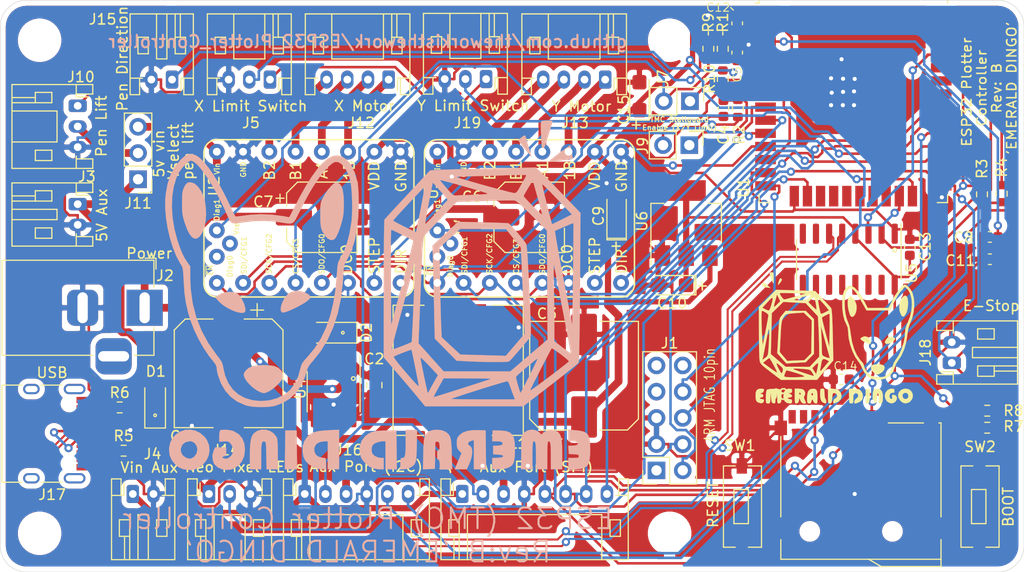
<source format=kicad_pcb>
(kicad_pcb (version 20171130) (host pcbnew "(5.1.10)-1")
  (layers (0 F.Cu signal hide) (31 B.Cu signal hide) (34 B.Paste user hide) (35 F.Paste user hide) (36 B.SilkS user) (37 F.SilkS user) (38 B.Mask user hide) (39 F.Mask user hide) (44 Edge.Cuts user))
  (net 0 "")
  (net 1 GND)
  (net 2 +5V)
  (net 3 /Y_Limit)
  (net 4 /X_Limit)
  (net 5 "Net-(D2-Pad1)")
  (net 6 /MOSI)
  (net 7 /SCL)
  (net 8 /SDA)
  (net 9 /MISO)
  (net 10 /SCK)
  (net 11 /CS_SD)
  (net 12 /CS_X)
  (net 13 /CS_Y)
  (net 14 /CS_AUX)
  (net 15 "Net-(J2-Pad3)")
  (net 16 +3V3)
  (net 17 "Net-(J7-Pad2)")
  (net 18 "Net-(J8-Pad1)")
  (net 19 "Net-(J8-Pad8)")
  (net 20 "Net-(J9-Pad2)")
  (net 21 "Net-(J10-Pad2)")
  (net 22 /PEN_LIFT)
  (net 23 "Net-(J12-Pad4)")
  (net 24 "Net-(J12-Pad3)")
  (net 25 "Net-(J12-Pad2)")
  (net 26 "Net-(J12-Pad1)")
  (net 27 "Net-(J13-Pad1)")
  (net 28 "Net-(J13-Pad2)")
  (net 29 "Net-(J13-Pad3)")
  (net 30 "Net-(J13-Pad4)")
  (net 31 /Vin)
  (net 32 "Net-(U1-Pad4)")
  (net 33 /Y_Dir)
  (net 34 /X_Dir)
  (net 35 /Y_Step)
  (net 36 /X_Step)
  (net 37 /StepEn)
  (net 38 "Net-(U1-Pad17)")
  (net 39 "Net-(U1-Pad18)")
  (net 40 "Net-(U1-Pad20)")
  (net 41 "Net-(U1-Pad21)")
  (net 42 "Net-(U1-Pad22)")
  (net 43 "Net-(U2-Pad17)")
  (net 44 "Net-(U3-Pad17)")
  (net 45 "Net-(J1-Pad1)")
  (net 46 /JTAG_TMS)
  (net 47 /NEO_PIXELS_JTAG_TCK)
  (net 48 /PEN_DIR_JTAG_TDO)
  (net 49 "Net-(J1-Pad7)")
  (net 50 /JTAG_TDI)
  (net 51 "Net-(J1-Pad9)")
  (net 52 "Net-(J1-Pad10)")
  (net 53 /EN)
  (net 54 /IO0)
  (net 55 "Net-(U1-Pad5)")
  (net 56 "Net-(U1-Pad19)")
  (net 57 "Net-(U1-Pad32)")
  (net 58 /ESP32_RX)
  (net 59 /ESP32_TX)
  (net 60 "Net-(U5-Pad7)")
  (net 61 "Net-(U5-Pad8)")
  (net 62 "Net-(U5-Pad9)")
  (net 63 "Net-(U5-Pad10)")
  (net 64 "Net-(U5-Pad11)")
  (net 65 "Net-(U5-Pad12)")
  (net 66 "Net-(U5-Pad13)")
  (net 67 "Net-(U5-Pad14)")
  (net 68 "Net-(U5-Pad15)")
  (net 69 "Net-(J5-Pad2)")
  (net 70 "Net-(J19-Pad2)")
  (net 71 "Net-(D1-Pad2)")
  (net 72 "Net-(J17-PadS1)")
  (net 73 "Net-(J17-PadB5)")
  (net 74 "Net-(J17-PadA8)")
  (net 75 "Net-(J17-PadA5)")
  (net 76 "Net-(J17-PadB8)")
  (net 77 "Net-(J8-Pad9)")
  (net 78 /D-)
  (net 79 /D+)
  (module RF_Module:ESP32-WROOM-32 (layer F.Cu) (at 107.95 78.74)
    (fp_text reference U1 (at -10.61 8.43 90) (layer F.SilkS))
    (fp_text value ESP32-WROOM-32D)
    (pad 38 smd rect (at 8.5 -8.255) (size 2 0.9) (layers F.Cu F.Paste F.Mask) (net 1 GND))
    (pad 37 smd rect (at 8.5 -6.985) (size 2 0.9) (layers F.Cu F.Paste F.Mask) (net 6 /MOSI))
    (pad 36 smd rect (at 8.5 -5.715) (size 2 0.9) (layers F.Cu F.Paste F.Mask) (net 7 /SCL))
    (pad 35 smd rect (at 8.5 -4.445) (size 2 0.9) (layers F.Cu F.Paste F.Mask) (net 59 /ESP32_TX))
    (pad 34 smd rect (at 8.5 -3.175) (size 2 0.9) (layers F.Cu F.Paste F.Mask) (net 58 /ESP32_RX))
    (pad 33 smd rect (at 8.5 -1.905) (size 2 0.9) (layers F.Cu F.Paste F.Mask) (net 8 /SDA))
    (pad 32 smd rect (at 8.5 -0.635) (size 2 0.9) (layers F.Cu F.Paste F.Mask) (net 57 "Net-(U1-Pad32)"))
    (pad 31 smd rect (at 8.5 0.635) (size 2 0.9) (layers F.Cu F.Paste F.Mask) (net 9 /MISO))
    (pad 30 smd rect (at 8.5 1.905) (size 2 0.9) (layers F.Cu F.Paste F.Mask) (net 10 /SCK))
    (pad 29 smd rect (at 8.5 3.175) (size 2 0.9) (layers F.Cu F.Paste F.Mask) (net 11 /CS_SD))
    (pad 28 smd rect (at 8.5 4.445) (size 2 0.9) (layers F.Cu F.Paste F.Mask) (net 12 /CS_X))
    (pad 27 smd rect (at 8.5 5.715) (size 2 0.9) (layers F.Cu F.Paste F.Mask) (net 13 /CS_Y))
    (pad 26 smd rect (at 8.5 6.985) (size 2 0.9) (layers F.Cu F.Paste F.Mask) (net 14 /CS_AUX))
    (pad 25 smd rect (at 8.5 8.255) (size 2 0.9) (layers F.Cu F.Paste F.Mask) (net 54 /IO0))
    (pad 24 smd rect (at 5.715 9.255 90) (size 2 0.9) (layers F.Cu F.Paste F.Mask) (net 37 /StepEn))
    (pad 23 smd rect (at 4.445 9.255 90) (size 2 0.9) (layers F.Cu F.Paste F.Mask) (net 48 /PEN_DIR_JTAG_TDO))
    (pad 22 smd rect (at 3.175 9.255 90) (size 2 0.9) (layers F.Cu F.Paste F.Mask) (net 42 "Net-(U1-Pad22)"))
    (pad 21 smd rect (at 1.905 9.255 90) (size 2 0.9) (layers F.Cu F.Paste F.Mask) (net 41 "Net-(U1-Pad21)"))
    (pad 20 smd rect (at 0.635 9.255 90) (size 2 0.9) (layers F.Cu F.Paste F.Mask) (net 40 "Net-(U1-Pad20)"))
    (pad 19 smd rect (at -0.635 9.255 90) (size 2 0.9) (layers F.Cu F.Paste F.Mask) (net 56 "Net-(U1-Pad19)"))
    (pad 18 smd rect (at -1.905 9.255 90) (size 2 0.9) (layers F.Cu F.Paste F.Mask) (net 39 "Net-(U1-Pad18)"))
    (pad 17 smd rect (at -3.175 9.255 90) (size 2 0.9) (layers F.Cu F.Paste F.Mask) (net 38 "Net-(U1-Pad17)"))
    (pad 16 smd rect (at -4.445 9.255 90) (size 2 0.9) (layers F.Cu F.Paste F.Mask) (net 47 /NEO_PIXELS_JTAG_TCK))
    (pad 15 smd rect (at -5.715 9.255 90) (size 2 0.9) (layers F.Cu F.Paste F.Mask) (net 1 GND))
    (pad 14 smd rect (at -8.5 8.255) (size 2 0.9) (layers F.Cu F.Paste F.Mask) (net 50 /JTAG_TDI))
    (pad 13 smd rect (at -8.5 6.985) (size 2 0.9) (layers F.Cu F.Paste F.Mask) (net 46 /JTAG_TMS))
    (pad 12 smd rect (at -8.5 5.715) (size 2 0.9) (layers F.Cu F.Paste F.Mask) (net 22 /PEN_LIFT))
    (pad 11 smd rect (at -8.5 4.445) (size 2 0.9) (layers F.Cu F.Paste F.Mask) (net 34 /X_Dir))
    (pad 10 smd rect (at -8.5 3.175) (size 2 0.9) (layers F.Cu F.Paste F.Mask) (net 36 /X_Step))
    (pad 9 smd rect (at -8.5 1.905) (size 2 0.9) (layers F.Cu F.Paste F.Mask) (net 33 /Y_Dir))
    (pad 8 smd rect (at -8.5 0.635) (size 2 0.9) (layers F.Cu F.Paste F.Mask) (net 35 /Y_Step))
    (pad 7 smd rect (at -8.5 -0.635) (size 2 0.9) (layers F.Cu F.Paste F.Mask) (net 3 /Y_Limit))
    (pad 6 smd rect (at -8.5 -1.905) (size 2 0.9) (layers F.Cu F.Paste F.Mask) (net 4 /X_Limit))
    (pad 5 smd rect (at -8.5 -3.175) (size 2 0.9) (layers F.Cu F.Paste F.Mask) (net 55 "Net-(U1-Pad5)"))
    (pad 4 smd rect (at -8.5 -4.445) (size 2 0.9) (layers F.Cu F.Paste F.Mask) (net 32 "Net-(U1-Pad4)"))
    (pad 3 smd rect (at -8.5 -5.715) (size 2 0.9) (layers F.Cu F.Paste F.Mask) (net 53 /EN))
    (pad 2 smd rect (at -8.5 -6.985) (size 2 0.9) (layers F.Cu F.Paste F.Mask) (net 16 +3V3))
    (pad 1 smd rect (at -8.5 -8.255) (size 2 0.9) (layers F.Cu F.Paste F.Mask) (net 1 GND))
    (pad 39 smd rect (at -1 -0.755) (size 5 5) (layers F.Cu F.Paste F.Mask) (net 1 GND))
  )
  (module custom:emerald_dingo_400 (layer B.Cu) (at 61.9125 97.5995 180)
    (fp_text reference G1 hide)
    (fp_text value LOGO hide)
  )
  (module Package_SO:SO-8_3.9x4.9mm_P1.27mm (layer F.Cu) (at 57.658 106.934 270)
    (fp_text reference U4 (at -0.2794 3.2258 270) (layer F.SilkS))
    (fp_text value XL1509)
    (pad 8 smd roundrect (at 2.575 -1.905 270) (size 1.75 0.6) (layers F.Cu F.Paste F.Mask) (net 1 GND))
    (pad 7 smd roundrect (at 2.575 -0.635 270) (size 1.75 0.6) (layers F.Cu F.Paste F.Mask) (net 1 GND))
    (pad 6 smd roundrect (at 2.575 0.635 270) (size 1.75 0.6) (layers F.Cu F.Paste F.Mask) (net 1 GND))
    (pad 5 smd roundrect (at 2.575 1.905 270) (size 1.75 0.6) (layers F.Cu F.Paste F.Mask) (net 1 GND))
    (pad 4 smd roundrect (at -2.575 1.905 270) (size 1.75 0.6) (layers F.Cu F.Paste F.Mask) (net 1 GND))
    (pad 3 smd roundrect (at -2.575 0.635 270) (size 1.75 0.6) (layers F.Cu F.Paste F.Mask) (net 2 +5V))
    (pad 2 smd roundrect (at -2.575 -0.635 270) (size 1.75 0.6) (layers F.Cu F.Paste F.Mask) (net 5 "Net-(D2-Pad1)"))
    (pad 1 smd roundrect (at -2.575 -1.905 270) (size 1.75 0.6) (layers F.Cu F.Paste F.Mask) (net 31 /Vin))
  )
  (module Diode_SMD:D_SOD-123 (layer F.Cu) (at 40.386 108.204 90)
    (fp_text reference D1 (at 3.2385 0.0635) (layer F.SilkS))
    (fp_text value B5819W)
    (pad 2 smd rect (at 1.65 0 90) (size 0.9 1.2) (layers F.Cu F.Paste F.Mask) (net 71 "Net-(D1-Pad2)"))
    (pad 1 smd rect (at -1.65 0 90) (size 0.9 1.2) (layers F.Cu F.Paste F.Mask) (net 2 +5V))
  )
  (module Diode_SMD:D_SOD-123 (layer F.Cu) (at 57.658 101.219 180)
    (fp_text reference D2 (at -3.175 0 270) (layer F.SilkS))
    (fp_text value B5819W)
    (pad 2 smd rect (at 1.65 0 180) (size 0.9 1.2) (layers F.Cu F.Paste F.Mask) (net 1 GND))
    (pad 1 smd rect (at -1.65 0 180) (size 0.9 1.2) (layers F.Cu F.Paste F.Mask) (net 5 "Net-(D2-Pad1)"))
  )
  (module Capacitor_Tantalum_SMD:CP_EIA-3216-18_Kemet-A (layer F.Cu) (at 85.0392 89.916 90)
    (fp_text reference C9 (at 0 -1.75 90) (layer F.SilkS))
    (fp_text value "22uF 10v")
    (fp_text user + (at -2.921 -0.127 90) (layer F.SilkS))
    (pad 2 smd roundrect (at 1.35 0 90) (size 1.4 1.35) (layers F.Cu F.Paste F.Mask) (roundrect_rratio 0.1851844444444445) (net 1 GND))
    (pad 1 smd roundrect (at -1.35 0 90) (size 1.4 1.35) (layers F.Cu F.Paste F.Mask) (roundrect_rratio 0.1851844444444445) (net 2 +5V))
  )
  (module Capacitor_Tantalum_SMD:CP_EIA-3216-18_Kemet-A (layer F.Cu) (at 90.4075 96.6216 180)
    (fp_text reference C10 (at 0 -1.75 180) (layer F.SilkS))
    (fp_text value "22uF 10v")
    (fp_text user + (at -2.921 0) (layer F.SilkS))
    (pad 2 smd roundrect (at 1.35 0 180) (size 1.4 1.35) (layers F.Cu F.Paste F.Mask) (roundrect_rratio 0.1851844444444445) (net 1 GND))
    (pad 1 smd roundrect (at -1.35 0 180) (size 1.4 1.35) (layers F.Cu F.Paste F.Mask) (roundrect_rratio 0.1851844444444445) (net 16 +3V3))
  )
  (module Package_SO:SOIC-16_3.9x9.9mm_P1.27mm (layer F.Cu) (at 107.506 94.107 270)
    (fp_text reference U5 (at 1.3462 -6.0828 270) (layer F.SilkS))
    (fp_text value CH340C)
    (pad 16 smd roundrect (at 2.475 -4.445 270) (size 1.95 0.6) (layers F.Cu F.Paste F.Mask) (net 16 +3V3))
    (pad 15 smd roundrect (at 2.475 -3.175 270) (size 1.95 0.6) (layers F.Cu F.Paste F.Mask) (net 68 "Net-(U5-Pad15)"))
    (pad 14 smd roundrect (at 2.475 -1.905 270) (size 1.95 0.6) (layers F.Cu F.Paste F.Mask) (net 67 "Net-(U5-Pad14)"))
    (pad 13 smd roundrect (at 2.475 -0.635 270) (size 1.95 0.6) (layers F.Cu F.Paste F.Mask) (net 66 "Net-(U5-Pad13)"))
    (pad 12 smd roundrect (at 2.475 0.635 270) (size 1.95 0.6) (layers F.Cu F.Paste F.Mask) (net 65 "Net-(U5-Pad12)"))
    (pad 11 smd roundrect (at 2.475 1.905 270) (size 1.95 0.6) (layers F.Cu F.Paste F.Mask) (net 64 "Net-(U5-Pad11)"))
    (pad 10 smd roundrect (at 2.475 3.175 270) (size 1.95 0.6) (layers F.Cu F.Paste F.Mask) (net 63 "Net-(U5-Pad10)"))
    (pad 9 smd roundrect (at 2.475 4.445 270) (size 1.95 0.6) (layers F.Cu F.Paste F.Mask) (net 62 "Net-(U5-Pad9)"))
    (pad 8 smd roundrect (at -2.475 4.445 270) (size 1.95 0.6) (layers F.Cu F.Paste F.Mask) (net 61 "Net-(U5-Pad8)"))
    (pad 7 smd roundrect (at -2.475 3.175 270) (size 1.95 0.6) (layers F.Cu F.Paste F.Mask) (net 60 "Net-(U5-Pad7)"))
    (pad 6 smd roundrect (at -2.475 1.905 270) (size 1.95 0.6) (layers F.Cu F.Paste F.Mask) (net 78 /D-))
    (pad 5 smd roundrect (at -2.475 0.635 270) (size 1.95 0.6) (layers F.Cu F.Paste F.Mask) (net 79 /D+))
    (pad 4 smd roundrect (at -2.475 -0.635 270) (size 1.95 0.6) (layers F.Cu F.Paste F.Mask) (net 16 +3V3))
    (pad 3 smd roundrect (at -2.475 -1.905 270) (size 1.95 0.6) (layers F.Cu F.Paste F.Mask) (net 59 /ESP32_TX))
    (pad 2 smd roundrect (at -2.475 -3.175 270) (size 1.95 0.6) (layers F.Cu F.Paste F.Mask) (net 58 /ESP32_RX))
    (pad 1 smd roundrect (at -2.475 -4.445 270) (size 1.95 0.6) (layers F.Cu F.Paste F.Mask) (net 1 GND))
  )
  (module Resistor_SMD:R_0603_1608Metric (layer F.Cu) (at 93.9165 73.723 270)
    (fp_text reference R9 (at -2.5395 0 90) (layer F.SilkS))
    (fp_text value 10k)
    (pad 1 smd roundrect (at -0.825 0 270) (size 0.8 0.95) (layers F.Cu F.Paste F.Mask) (net 16 +3V3))
    (pad 2 smd roundrect (at 0.825 0 270) (size 0.8 0.95) (layers F.Cu F.Paste F.Mask) (net 17 "Net-(J7-Pad2)"))
  )
  (module custom:emerald_dingo_150 (layer F.Cu) (at 106.172 101.727)
    (fp_text reference G2 hide)
    (fp_text value LOGO hide)
  )
  (module Connector_JST:JST_PH_S2B-PH-K_1x02_P2.00mm_Horizontal (layer F.Cu) (at 38.227 116.84)
    (fp_text reference J4 (at 1.905 -3.8735 180) (layer F.SilkS))
    (fp_text value "Vin Aux" (at 1.5875 -2.5654) (layer F.SilkS))
    (pad 2 thru_hole oval (at 2 0) (size 1.2 1.75) (drill 0.75) (layers *.Cu *.Mask) (net 1 GND))
    (pad 1 thru_hole roundrect (at 0 0) (size 1.2 1.75) (drill 0.75) (layers *.Cu *.Mask) (roundrect_rratio 0.2083325) (net 31 /Vin))
  )
  (module Connector_JST:JST_PH_S8B-PH-K_1x08_P2.00mm_Horizontal (layer F.Cu) (at 70.104 116.84)
    (fp_text reference J6 (at -1.6002 -2.794 90) (layer F.SilkS))
    (fp_text value "Aux Port (SPI)" (at 7.1755 -2.6162) (layer F.SilkS))
    (pad 8 thru_hole oval (at 14 0) (size 1.2 1.75) (drill 0.75) (layers *.Cu *.Mask) (net 14 /CS_AUX))
    (pad 7 thru_hole oval (at 12 0) (size 1.2 1.75) (drill 0.75) (layers *.Cu *.Mask) (net 10 /SCK))
    (pad 6 thru_hole oval (at 10 0) (size 1.2 1.75) (drill 0.75) (layers *.Cu *.Mask) (net 9 /MISO))
    (pad 5 thru_hole oval (at 8 0) (size 1.2 1.75) (drill 0.75) (layers *.Cu *.Mask) (net 6 /MOSI))
    (pad 4 thru_hole oval (at 6 0) (size 1.2 1.75) (drill 0.75) (layers *.Cu *.Mask) (net 1 GND))
    (pad 3 thru_hole oval (at 4 0) (size 1.2 1.75) (drill 0.75) (layers *.Cu *.Mask) (net 2 +5V))
    (pad 2 thru_hole oval (at 2 0) (size 1.2 1.75) (drill 0.75) (layers *.Cu *.Mask) (net 16 +3V3))
    (pad 1 thru_hole roundrect (at 0 0) (size 1.2 1.75) (drill 0.75) (layers *.Cu *.Mask) (roundrect_rratio 0.2083325) (net 31 /Vin))
  )
  (module Connector_JST:JST_PH_S3B-PH-K_1x03_P2.00mm_Horizontal (layer F.Cu) (at 45.593 116.84)
    (fp_text reference J14 (at 1.651 -4.2545 180) (layer F.SilkS))
    (fp_text value "Neo Pixel LEDs" (at 3.4351 -2.6162) (layer F.SilkS))
    (pad 3 thru_hole oval (at 4 0) (size 1.2 1.75) (drill 0.75) (layers *.Cu *.Mask) (net 1 GND))
    (pad 2 thru_hole oval (at 2 0) (size 1.2 1.75) (drill 0.75) (layers *.Cu *.Mask) (net 47 /NEO_PIXELS_JTAG_TCK))
    (pad 1 thru_hole roundrect (at 0 0) (size 1.2 1.75) (drill 0.75) (layers *.Cu *.Mask) (roundrect_rratio 0.2083325) (net 2 +5V))
  )
  (module Connector_JST:JST_PH_S6B-PH-K_1x06_P2.00mm_Horizontal (layer F.Cu) (at 54.864 116.84)
    (fp_text reference J16 (at 4.2545 -4.2545 180) (layer F.SilkS))
    (fp_text value "Aux Port (I2C)" (at 5.9365 -2.6543) (layer F.SilkS))
    (pad 6 thru_hole oval (at 10 0) (size 1.2 1.75) (drill 0.75) (layers *.Cu *.Mask) (net 8 /SDA))
    (pad 5 thru_hole oval (at 8 0) (size 1.2 1.75) (drill 0.75) (layers *.Cu *.Mask) (net 7 /SCL))
    (pad 4 thru_hole oval (at 6 0) (size 1.2 1.75) (drill 0.75) (layers *.Cu *.Mask) (net 1 GND))
    (pad 3 thru_hole oval (at 4 0) (size 1.2 1.75) (drill 0.75) (layers *.Cu *.Mask) (net 2 +5V))
    (pad 2 thru_hole oval (at 2 0) (size 1.2 1.75) (drill 0.75) (layers *.Cu *.Mask) (net 16 +3V3))
    (pad 1 thru_hole roundrect (at 0 0) (size 1.2 1.75) (drill 0.75) (layers *.Cu *.Mask) (roundrect_rratio 0.2083325) (net 31 /Vin))
  )
  (module Connector_USB:USB_C_Receptacle_HRO_TYPE-C-31-M-12 (layer F.Cu) (at 29.464 110.998 270)
    (fp_text reference J17 (at 5.9055 -0.9525 180) (layer F.SilkS))
    (fp_text value USB_C_Receptacle_USB2.0)
    (pad B1 smd rect (at 3.25 -4.045 270) (size 0.6 1.45) (layers F.Cu F.Paste F.Mask) (net 1 GND))
    (pad A9 smd rect (at 2.45 -4.045 270) (size 0.6 1.45) (layers F.Cu F.Paste F.Mask) (net 71 "Net-(D1-Pad2)"))
    (pad B9 smd rect (at -2.45 -4.045 270) (size 0.6 1.45) (layers F.Cu F.Paste F.Mask) (net 71 "Net-(D1-Pad2)"))
    (pad B12 smd rect (at -3.25 -4.045 270) (size 0.6 1.45) (layers F.Cu F.Paste F.Mask) (net 1 GND))
    (pad A1 smd rect (at -3.25 -4.045 270) (size 0.6 1.45) (layers F.Cu F.Paste F.Mask) (net 1 GND))
    (pad A4 smd rect (at -2.45 -4.045 270) (size 0.6 1.45) (layers F.Cu F.Paste F.Mask) (net 71 "Net-(D1-Pad2)"))
    (pad B4 smd rect (at 2.45 -4.045 270) (size 0.6 1.45) (layers F.Cu F.Paste F.Mask) (net 71 "Net-(D1-Pad2)"))
    (pad A12 smd rect (at 3.25 -4.045 270) (size 0.6 1.45) (layers F.Cu F.Paste F.Mask) (net 1 GND))
    (pad B8 smd rect (at -1.75 -4.045 270) (size 0.3 1.45) (layers F.Cu F.Paste F.Mask) (net 76 "Net-(J17-PadB8)"))
    (pad A5 smd rect (at -1.25 -4.045 270) (size 0.3 1.45) (layers F.Cu F.Paste F.Mask) (net 75 "Net-(J17-PadA5)"))
    (pad B7 smd rect (at -0.75 -4.045 270) (size 0.3 1.45) (layers F.Cu F.Paste F.Mask) (net 78 /D-))
    (pad A7 smd rect (at 0.25 -4.045 270) (size 0.3 1.45) (layers F.Cu F.Paste F.Mask) (net 78 /D-))
    (pad B6 smd rect (at 0.75 -4.045 270) (size 0.3 1.45) (layers F.Cu F.Paste F.Mask) (net 79 /D+))
    (pad A8 smd rect (at 1.25 -4.045 270) (size 0.3 1.45) (layers F.Cu F.Paste F.Mask) (net 74 "Net-(J17-PadA8)"))
    (pad B5 smd rect (at 1.75 -4.045 270) (size 0.3 1.45) (layers F.Cu F.Paste F.Mask) (net 73 "Net-(J17-PadB5)"))
    (pad A6 smd rect (at -0.25 -4.045 270) (size 0.3 1.45) (layers F.Cu F.Paste F.Mask) (net 79 /D+))
    (pad S1 thru_hole oval (at 4.32 -3.13 270) (size 1 2.1) (drill oval 0.6 1.7) (layers *.Cu *.Mask) (net 72 "Net-(J17-PadS1)"))
    (pad S1 thru_hole oval (at -4.32 -3.13 270) (size 1 2.1) (drill oval 0.6 1.7) (layers *.Cu *.Mask) (net 72 "Net-(J17-PadS1)"))
    (pad "" np_thru_hole circle (at -2.89 -2.6 270) (size 0.65 0.65) (drill 0.65) (layers *.Cu *.Mask))
    (pad S1 thru_hole oval (at -4.32 1.05 270) (size 1 1.6) (drill oval 0.6 1.2) (layers *.Cu *.Mask) (net 72 "Net-(J17-PadS1)"))
    (pad "" np_thru_hole circle (at 2.89 -2.6 270) (size 0.65 0.65) (drill 0.65) (layers *.Cu *.Mask))
    (pad S1 thru_hole oval (at 4.32 1.05 270) (size 1 1.6) (drill oval 0.6 1.2) (layers *.Cu *.Mask) (net 72 "Net-(J17-PadS1)"))
  )
  (module Connector_BarrelJack:BarrelJack_Horizontal (layer F.Cu) (at 39.37 98.806)
    (fp_text reference J2 (at 1.9685 -3.1115) (layer F.SilkS))
    (fp_text value Power (at 0.4445 -5.2705) (layer F.SilkS))
    (pad 3 thru_hole roundrect (at -3 4.7) (size 3.5 3.5) (drill oval 3 1) (layers *.Cu *.Mask) (net 15 "Net-(J2-Pad3)"))
    (pad 2 thru_hole roundrect (at -6 0) (size 3 3.5) (drill oval 1 3) (layers *.Cu *.Mask) (net 1 GND))
    (pad 1 thru_hole rect (at 0 0) (size 3.5 3.5) (drill oval 1 3) (layers *.Cu *.Mask) (net 31 /Vin))
  )
  (module Connector_JST:JST_PH_S3B-PH-K_1x03_P2.00mm_Horizontal (layer F.Cu) (at 72.4088 76.6572 180)
    (fp_text reference J19 (at 1.7968 -4.2418) (layer F.SilkS))
    (fp_text value "Y Limit Switch" (at 1.2507 -2.5781) (layer F.SilkS))
    (pad 3 thru_hole oval (at 4 0 180) (size 1.2 1.75) (drill 0.75) (layers *.Cu *.Mask) (net 1 GND))
    (pad 2 thru_hole oval (at 2 0 180) (size 1.2 1.75) (drill 0.75) (layers *.Cu *.Mask) (net 70 "Net-(J19-Pad2)"))
    (pad 1 thru_hole roundrect (at 0 0 180) (size 1.2 1.75) (drill 0.75) (layers *.Cu *.Mask) (roundrect_rratio 0.2083325) (net 16 +3V3))
  )
  (module Connector_JST:JST_PH_S3B-PH-K_1x03_P2.00mm_Horizontal (layer F.Cu) (at 51.4985 76.708 180)
    (fp_text reference J5 (at 1.8415 -4.191) (layer F.SilkS))
    (fp_text value "X Limit Switch" (at 1.8669 -2.5654) (layer F.SilkS))
    (pad 3 thru_hole oval (at 4 0 180) (size 1.2 1.75) (drill 0.75) (layers *.Cu *.Mask) (net 1 GND))
    (pad 2 thru_hole oval (at 2 0 180) (size 1.2 1.75) (drill 0.75) (layers *.Cu *.Mask) (net 69 "Net-(J5-Pad2)"))
    (pad 1 thru_hole roundrect (at 0 0 180) (size 1.2 1.75) (drill 0.75) (layers *.Cu *.Mask) (roundrect_rratio 0.2083325) (net 16 +3V3))
  )
  (module Connector_JST:JST_PH_S4B-PH-K_1x04_P2.00mm_Horizontal (layer F.Cu) (at 62.9793 76.708 180)
    (fp_text reference J12 (at 2.6543 -4.191) (layer F.SilkS))
    (fp_text value "X Motor" (at 2.3495 -2.5527) (layer F.SilkS))
    (pad 4 thru_hole oval (at 6 0 180) (size 1.2 1.75) (drill 0.75) (layers *.Cu *.Mask) (net 23 "Net-(J12-Pad4)"))
    (pad 3 thru_hole oval (at 4 0 180) (size 1.2 1.75) (drill 0.75) (layers *.Cu *.Mask) (net 24 "Net-(J12-Pad3)"))
    (pad 2 thru_hole oval (at 2 0 180) (size 1.2 1.75) (drill 0.75) (layers *.Cu *.Mask) (net 25 "Net-(J12-Pad2)"))
    (pad 1 thru_hole roundrect (at 0 0 180) (size 1.2 1.75) (drill 0.75) (layers *.Cu *.Mask) (roundrect_rratio 0.2083325) (net 26 "Net-(J12-Pad1)"))
  )
  (module Connector_JST:JST_PH_S4B-PH-K_1x04_P2.00mm_Horizontal (layer F.Cu) (at 83.9343 76.708 180)
    (fp_text reference J13 (at 2.9083 -4.191) (layer F.SilkS))
    (fp_text value "Y Motor" (at 2.286 -2.5908) (layer F.SilkS))
    (pad 4 thru_hole oval (at 6 0 180) (size 1.2 1.75) (drill 0.75) (layers *.Cu *.Mask) (net 30 "Net-(J13-Pad4)"))
    (pad 3 thru_hole oval (at 4 0 180) (size 1.2 1.75) (drill 0.75) (layers *.Cu *.Mask) (net 29 "Net-(J13-Pad3)"))
    (pad 2 thru_hole oval (at 2 0 180) (size 1.2 1.75) (drill 0.75) (layers *.Cu *.Mask) (net 28 "Net-(J13-Pad2)"))
    (pad 1 thru_hole roundrect (at 0 0 180) (size 1.2 1.75) (drill 0.75) (layers *.Cu *.Mask) (roundrect_rratio 0.2083325) (net 27 "Net-(J13-Pad1)"))
  )
  (module Connector_JST:JST_PH_S2B-PH-K_1x02_P2.00mm_Horizontal (layer F.Cu) (at 42.0243 76.708 180)
    (fp_text reference J15 (at 6.7183 5.842) (layer F.SilkS))
    (fp_text value "Pen Direction" (at 4.8133 2.032 90) (layer F.SilkS))
    (pad 2 thru_hole oval (at 2 0 180) (size 1.2 1.75) (drill 0.75) (layers *.Cu *.Mask) (net 1 GND))
    (pad 1 thru_hole roundrect (at 0 0 180) (size 1.2 1.75) (drill 0.75) (layers *.Cu *.Mask) (roundrect_rratio 0.2083325) (net 48 /PEN_DIR_JTAG_TDO))
  )
  (module custom:StepstickTMCv2 (layer F.Cu) (at 67.691 96.393 90)
    (fp_text reference U3 (at 9.0805 -0.4445 270) (layer F.SilkS))
    (fp_text value TMC2130)
    (fp_text user Vref (at 5.3848 1.905 270) (layer F.SilkS) (effects (font (size 0.5 0.5) (thickness 0.1))))
    (fp_text user Diag1 (at 7.0612 0 270) (layer F.SilkS) (effects (font (size 0.5 0.5) (thickness 0.1))))
    (fp_text user Diag0 (at 1.6002 1.27 270) (layer F.SilkS) (effects (font (size 0.5 0.5) (thickness 0.1))))
    (fp_text user GND (at 10.287 17.8308 270) (layer F.SilkS))
    (fp_text user VDD (at 10.3632 15.2146 270) (layer F.SilkS))
    (fp_text user 1B (at 10.8966 12.827 270) (layer F.SilkS))
    (fp_text user A1 (at 10.9728 10.2108 270) (layer F.SilkS))
    (fp_text user B1 (at 10.8966 7.6454 270) (layer F.SilkS))
    (fp_text user B2 (at 10.8966 5.1054 270) (layer F.SilkS))
    (fp_text user GND (at 10.9728 2.5654 270) (layer F.SilkS) (effects (font (size 0.5 0.5) (thickness 0.1))))
    (fp_text user Vin (at 11.049 0.0254 270) (layer F.SilkS) (effects (font (size 0.5 0.5) (thickness 0.1))))
    (fp_text user ~EN (at 1.2192 -0.635 270) (layer F.SilkS) (effects (font (size 0.5 0.5) (thickness 0.1))))
    (fp_text user SDI/CFG1 (at 2.667 2.6416 270) (layer F.SilkS) (effects (font (size 0.5 0.5) (thickness 0.1))))
    (fp_text user SCK/CFG2 (at 2.8194 5.0546 90) (layer F.SilkS) (effects (font (size 0.5 0.5) (thickness 0.1))))
    (fp_text user CS/CFG3 (at 2.5654 7.6454 270) (layer F.SilkS) (effects (font (size 0.5 0.5) (thickness 0.1))))
    (fp_text user SDO/CFG0 (at 2.794 10.16 270) (layer F.SilkS) (effects (font (size 0.5 0.5) (thickness 0.1))))
    (fp_text user DC0 (at 2.286 12.573 270) (layer F.SilkS))
    (fp_text user STEP (at 2.6416 15.24 270) (layer F.SilkS))
    (fp_text user DIR (at 2.0828 17.8308 270) (layer F.SilkS))
    (pad 19 thru_hole circle (at 3.81 1.27 270) (size 1.524 1.524) (drill 0.762) (layers *.Cu *.Mask))
    (pad 18 thru_hole circle (at 5.08 0 270) (size 1.524 1.524) (drill 0.762) (layers *.Cu *.Mask) (net 20 "Net-(J9-Pad2)"))
    (pad 17 thru_hole circle (at 2.54 0 270) (size 1.524 1.524) (drill 0.762) (layers *.Cu *.Mask) (net 44 "Net-(U3-Pad17)"))
    (pad 8 thru_hole circle (at 0 17.78 270) (size 1.524 1.524) (drill 0.762) (layers *.Cu *.Mask) (net 33 /Y_Dir))
    (pad 7 thru_hole circle (at 0 15.24 270) (size 1.524 1.524) (drill 0.762) (layers *.Cu *.Mask) (net 35 /Y_Step))
    (pad 6 thru_hole circle (at 0 12.7 270) (size 1.524 1.524) (drill 0.762) (layers *.Cu *.Mask) (net 1 GND))
    (pad 5 thru_hole circle (at 0 10.16 270) (size 1.524 1.524) (drill 0.762) (layers *.Cu *.Mask) (net 9 /MISO))
    (pad 4 thru_hole circle (at 0 7.62 270) (size 1.524 1.524) (drill 0.762) (layers *.Cu *.Mask) (net 13 /CS_Y))
    (pad 3 thru_hole circle (at 0 5.08 270) (size 1.524 1.524) (drill 0.762) (layers *.Cu *.Mask) (net 10 /SCK))
    (pad 2 thru_hole circle (at 0 2.54 270) (size 1.524 1.524) (drill 0.762) (layers *.Cu *.Mask) (net 6 /MOSI))
    (pad 1 thru_hole circle (at 0 0 270) (size 1.524 1.524) (drill 0.762) (layers *.Cu *.Mask) (net 37 /StepEn))
    (pad 16 thru_hole circle (at 12.7 0 270) (size 1.524 1.524) (drill 0.762) (layers *.Cu *.Mask) (net 31 /Vin))
    (pad 15 thru_hole circle (at 12.7 2.54 270) (size 1.524 1.524) (drill 0.762) (layers *.Cu *.Mask) (net 1 GND))
    (pad 14 thru_hole circle (at 12.7 5.08 270) (size 1.524 1.524) (drill 0.762) (layers *.Cu *.Mask) (net 30 "Net-(J13-Pad4)"))
    (pad 13 thru_hole circle (at 12.7 7.62 270) (size 1.524 1.524) (drill 0.762) (layers *.Cu *.Mask) (net 29 "Net-(J13-Pad3)"))
    (pad 12 thru_hole circle (at 12.7 10.16 270) (size 1.524 1.524) (drill 0.762) (layers *.Cu *.Mask) (net 28 "Net-(J13-Pad2)"))
    (pad 11 thru_hole circle (at 12.7 12.7 270) (size 1.524 1.524) (drill 0.762) (layers *.Cu *.Mask) (net 27 "Net-(J13-Pad1)"))
    (pad 10 thru_hole circle (at 12.7 15.24 270) (size 1.524 1.524) (drill 0.762) (layers *.Cu *.Mask) (net 16 +3V3))
    (pad 9 thru_hole circle (at 12.7 17.78 270) (size 1.524 1.524) (drill 0.762) (layers *.Cu *.Mask) (net 1 GND))
  )
  (module custom:StepstickTMCv2 (layer F.Cu) (at 46.355 96.393 90)
    (fp_text reference U2 (at 9.398 -0.254 270) (layer F.SilkS))
    (fp_text value TMC2130)
    (fp_text user Vref (at 5.3848 1.905 270) (layer F.SilkS) (effects (font (size 0.5 0.5) (thickness 0.1))))
    (fp_text user Diag1 (at 7.0612 0 270) (layer F.SilkS) (effects (font (size 0.5 0.5) (thickness 0.1))))
    (fp_text user Diag0 (at 1.6002 1.27 270) (layer F.SilkS) (effects (font (size 0.5 0.5) (thickness 0.1))))
    (fp_text user GND (at 10.287 17.8308 270) (layer F.SilkS))
    (fp_text user VDD (at 10.3632 15.2146 270) (layer F.SilkS))
    (fp_text user 1B (at 10.8966 12.827 270) (layer F.SilkS))
    (fp_text user A1 (at 10.9728 10.2108 270) (layer F.SilkS))
    (fp_text user B1 (at 10.8966 7.6454 270) (layer F.SilkS))
    (fp_text user B2 (at 10.8966 5.1054 270) (layer F.SilkS))
    (fp_text user GND (at 10.9728 2.5654 270) (layer F.SilkS) (effects (font (size 0.5 0.5) (thickness 0.1))))
    (fp_text user Vin (at 11.049 0.0254 270) (layer F.SilkS) (effects (font (size 0.5 0.5) (thickness 0.1))))
    (fp_text user ~EN (at 1.2192 -0.635 270) (layer F.SilkS) (effects (font (size 0.5 0.5) (thickness 0.1))))
    (fp_text user SDI/CFG1 (at 2.667 2.6416 270) (layer F.SilkS) (effects (font (size 0.5 0.5) (thickness 0.1))))
    (fp_text user SCK/CFG2 (at 2.8194 5.0546 90) (layer F.SilkS) (effects (font (size 0.5 0.5) (thickness 0.1))))
    (fp_text user CS/CFG3 (at 2.5654 7.6454 270) (layer F.SilkS) (effects (font (size 0.5 0.5) (thickness 0.1))))
    (fp_text user SDO/CFG0 (at 2.794 10.16 270) (layer F.SilkS) (effects (font (size 0.5 0.5) (thickness 0.1))))
    (fp_text user DC0 (at 2.286 12.573 270) (layer F.SilkS))
    (fp_text user STEP (at 2.6416 15.24 270) (layer F.SilkS))
    (fp_text user DIR (at 2.0828 17.8308 270) (layer F.SilkS))
    (pad 19 thru_hole circle (at 3.81 1.27 270) (size 1.524 1.524) (drill 0.762) (layers *.Cu *.Mask))
    (pad 18 thru_hole circle (at 5.08 0 270) (size 1.524 1.524) (drill 0.762) (layers *.Cu *.Mask) (net 17 "Net-(J7-Pad2)"))
    (pad 17 thru_hole circle (at 2.54 0 270) (size 1.524 1.524) (drill 0.762) (layers *.Cu *.Mask) (net 43 "Net-(U2-Pad17)"))
    (pad 8 thru_hole circle (at 0 17.78 270) (size 1.524 1.524) (drill 0.762) (layers *.Cu *.Mask) (net 34 /X_Dir))
    (pad 7 thru_hole circle (at 0 15.24 270) (size 1.524 1.524) (drill 0.762) (layers *.Cu *.Mask) (net 36 /X_Step))
    (pad 6 thru_hole circle (at 0 12.7 270) (size 1.524 1.524) (drill 0.762) (layers *.Cu *.Mask) (net 1 GND))
    (pad 5 thru_hole circle (at 0 10.16 270) (size 1.524 1.524) (drill 0.762) (layers *.Cu *.Mask) (net 9 /MISO))
    (pad 4 thru_hole circle (at 0 7.62 270) (size 1.524 1.524) (drill 0.762) (layers *.Cu *.Mask) (net 12 /CS_X))
    (pad 3 thru_hole circle (at 0 5.08 270) (size 1.524 1.524) (drill 0.762) (layers *.Cu *.Mask) (net 10 /SCK))
    (pad 2 thru_hole circle (at 0 2.54 270) (size 1.524 1.524) (drill 0.762) (layers *.Cu *.Mask) (net 6 /MOSI))
    (pad 1 thru_hole circle (at 0 0 270) (size 1.524 1.524) (drill 0.762) (layers *.Cu *.Mask) (net 37 /StepEn))
    (pad 16 thru_hole circle (at 12.7 0 270) (size 1.524 1.524) (drill 0.762) (layers *.Cu *.Mask) (net 31 /Vin))
    (pad 15 thru_hole circle (at 12.7 2.54 270) (size 1.524 1.524) (drill 0.762) (layers *.Cu *.Mask) (net 1 GND))
    (pad 14 thru_hole circle (at 12.7 5.08 270) (size 1.524 1.524) (drill 0.762) (layers *.Cu *.Mask) (net 23 "Net-(J12-Pad4)"))
    (pad 13 thru_hole circle (at 12.7 7.62 270) (size 1.524 1.524) (drill 0.762) (layers *.Cu *.Mask) (net 24 "Net-(J12-Pad3)"))
    (pad 12 thru_hole circle (at 12.7 10.16 270) (size 1.524 1.524) (drill 0.762) (layers *.Cu *.Mask) (net 25 "Net-(J12-Pad2)"))
    (pad 11 thru_hole circle (at 12.7 12.7 270) (size 1.524 1.524) (drill 0.762) (layers *.Cu *.Mask) (net 26 "Net-(J12-Pad1)"))
    (pad 10 thru_hole circle (at 12.7 15.24 270) (size 1.524 1.524) (drill 0.762) (layers *.Cu *.Mask) (net 16 +3V3))
    (pad 9 thru_hole circle (at 12.7 17.78 270) (size 1.524 1.524) (drill 0.762) (layers *.Cu *.Mask) (net 1 GND))
  )
  (module MountingHole:MountingHole_3.2mm_M3 (layer F.Cu) (at 90.17 72.898)
    (fp_text reference H2 hide)
    (fp_text value MountingHole_3.2mm_M3)
    (pad 1 np_thru_hole circle (at 0 0) (size 3.2 3.2) (drill 3.2) (layers *.Cu *.Mask))
  )
  (module MountingHole:MountingHole_3.2mm_M3 (layer F.Cu) (at 29.21 72.898)
    (fp_text reference H1 hide)
    (fp_text value MountingHole_3.2mm_M3)
    (pad 1 np_thru_hole circle (at 0 0) (size 3.2 3.2) (drill 3.2) (layers *.Cu *.Mask))
  )
  (module MountingHole:MountingHole_3.2mm_M3 (layer F.Cu) (at 90.17 120.65)
    (fp_text reference H3 hide)
    (fp_text value MountingHole_3.2mm_M3)
    (pad 1 np_thru_hole circle (at 0 0) (size 3.2 3.2) (drill 3.2) (layers *.Cu *.Mask))
  )
  (module MountingHole:MountingHole_3.2mm_M3 (layer F.Cu) (at 29.21 120.65)
    (fp_text reference H4 hide)
    (fp_text value MountingHole_3.2mm_M3)
    (pad 1 np_thru_hole circle (at 0 0) (size 3.2 3.2) (drill 3.2) (layers *.Cu *.Mask))
  )
  (module Capacitor_SMD:CP_Elec_10x10 (layer F.Cu) (at 47.498 105.156 270)
    (fp_text reference C1 (at 6.096 4.699 180) (layer F.SilkS))
    (fp_text value "470uF 35v")
    (pad 2 smd roundrect (at 4 0 270) (size 4 2.5) (layers F.Cu F.Paste F.Mask) (roundrect_rratio 0.1) (net 1 GND))
    (pad 1 smd roundrect (at -4 0 270) (size 4 2.5) (layers F.Cu F.Paste F.Mask) (roundrect_rratio 0.1) (net 31 /Vin))
  )
  (module Capacitor_SMD:C_0805_2012Metric (layer F.Cu) (at 61.595 106.299 270)
    (fp_text reference C2 (at -2.54 0 180) (layer F.SilkS))
    (fp_text value 1uF)
    (pad 2 smd roundrect (at 0.95 0 270) (size 1 1.45) (layers F.Cu F.Paste F.Mask) (net 1 GND))
    (pad 1 smd roundrect (at -0.95 0 270) (size 1 1.45) (layers F.Cu F.Paste F.Mask) (net 31 /Vin))
  )
  (module Capacitor_SMD:CP_Elec_6.3x5.7 (layer F.Cu) (at 76.581 90.043)
    (fp_text reference C6 (at -5.5372 -1.9939) (layer F.SilkS))
    (fp_text value "47uF 35V")
    (pad 2 smd roundrect (at 2.7 0) (size 3.5 1.6) (layers F.Cu F.Paste F.Mask) (roundrect_rratio 0.15625) (net 1 GND))
    (pad 1 smd roundrect (at -2.7 0) (size 3.5 1.6) (layers F.Cu F.Paste F.Mask) (roundrect_rratio 0.15625) (net 31 /Vin))
  )
  (module Capacitor_SMD:CP_Elec_6.3x5.7 (layer F.Cu) (at 56.515 90.043)
    (fp_text reference C7 (at -5.6642 -1.4986) (layer F.SilkS))
    (fp_text value "47uF 35V")
    (pad 2 smd roundrect (at 2.7 0) (size 3.5 1.6) (layers F.Cu F.Paste F.Mask) (roundrect_rratio 0.15625) (net 1 GND))
    (pad 1 smd roundrect (at -2.7 0) (size 3.5 1.6) (layers F.Cu F.Paste F.Mask) (roundrect_rratio 0.15625) (net 31 /Vin))
  )
  (module Connector_PinHeader_2.54mm:PinHeader_1x02_P2.54mm_Vertical (layer F.Cu) (at 92.1385 78.8035 270)
    (fp_text reference J7 (at -2.2225 2.6035 90) (layer F.SilkS))
    (fp_text value "X Limit")
    (pad 2 thru_hole oval (at 0 2.54 270) (size 1.7 1.7) (drill 1) (layers *.Cu *.Mask) (net 17 "Net-(J7-Pad2)"))
    (pad 1 thru_hole rect (at 0 0 270) (size 1.7 1.7) (drill 1) (layers *.Cu *.Mask) (net 4 /X_Limit))
  )
  (module Connector_PinHeader_2.54mm:PinHeader_1x02_P2.54mm_Vertical (layer F.Cu) (at 92.075 83.058 270)
    (fp_text reference J9 (at 0.0635 4.5085 90) (layer F.SilkS))
    (fp_text value "Y Limit")
    (pad 2 thru_hole oval (at 0 2.54 270) (size 1.7 1.7) (drill 1) (layers *.Cu *.Mask) (net 20 "Net-(J9-Pad2)"))
    (pad 1 thru_hole rect (at 0 0 270) (size 1.7 1.7) (drill 1) (layers *.Cu *.Mask) (net 3 /Y_Limit))
  )
  (module Connector_PinHeader_2.54mm:PinHeader_1x03_P2.54mm_Vertical (layer F.Cu) (at 38.735 86.36 180)
    (fp_text reference J11 (at 0 -2.33) (layer F.SilkS))
    (fp_text value Vselect (at -3.429 2.667 270) (layer F.SilkS))
    (pad 3 thru_hole oval (at 0 5.08 180) (size 1.7 1.7) (drill 1) (layers *.Cu *.Mask) (net 31 /Vin))
    (pad 2 thru_hole oval (at 0 2.54 180) (size 1.7 1.7) (drill 1) (layers *.Cu *.Mask) (net 21 "Net-(J10-Pad2)"))
    (pad 1 thru_hole rect (at 0 0 180) (size 1.7 1.7) (drill 1) (layers *.Cu *.Mask) (net 2 +5V))
  )
  (module Inductor_SMD:L_12x12mm_H6mm (layer F.Cu) (at 69.7103 104.8639 270)
    (fp_text reference L1 (at 7.0739 -5.7912 180) (layer F.SilkS))
    (fp_text value 68uH)
    (pad 2 smd rect (at 4.95 0 270) (size 2.9 5.4) (layers F.Cu F.Paste F.Mask) (net 2 +5V))
    (pad 1 smd rect (at -4.95 0 270) (size 2.9 5.4) (layers F.Cu F.Paste F.Mask) (net 5 "Net-(D2-Pad1)"))
  )
  (module Resistor_SMD:R_0603_1608Metric (layer F.Cu) (at 95.3135 73.723 90)
    (fp_text reference R1 (at 2.54 0 90) (layer F.SilkS))
    (fp_text value 100)
    (pad 2 smd roundrect (at 0.825 0 90) (size 0.8 0.95) (layers F.Cu F.Paste F.Mask) (net 69 "Net-(J5-Pad2)"))
    (pad 1 smd roundrect (at -0.825 0 90) (size 0.8 0.95) (layers F.Cu F.Paste F.Mask) (net 4 /X_Limit))
  )
  (module Resistor_SMD:R_0603_1608Metric (layer F.Cu) (at 96.774 79.502 270)
    (fp_text reference R2 (at 2.54 -0.127 90) (layer F.SilkS))
    (fp_text value 100)
    (pad 2 smd roundrect (at 0.825 0 270) (size 0.8 0.95) (layers F.Cu F.Paste F.Mask) (net 70 "Net-(J19-Pad2)"))
    (pad 1 smd roundrect (at -0.825 0 270) (size 0.8 0.95) (layers F.Cu F.Paste F.Mask) (net 3 /Y_Limit))
  )
  (module Resistor_SMD:R_0603_1608Metric (layer F.Cu) (at 120.396 87.82 90)
    (fp_text reference R3 (at 2.477 0 90) (layer F.SilkS))
    (fp_text value 10k)
    (pad 2 smd roundrect (at 0.825 0 90) (size 0.8 0.95) (layers F.Cu F.Paste F.Mask) (net 8 /SDA))
    (pad 1 smd roundrect (at -0.825 0 90) (size 0.8 0.95) (layers F.Cu F.Paste F.Mask) (net 16 +3V3))
  )
  (module Resistor_SMD:R_0603_1608Metric (layer F.Cu) (at 122.301 87.757 90)
    (fp_text reference R4 (at 2.54 0 90) (layer F.SilkS))
    (fp_text value 10k)
    (pad 2 smd roundrect (at 0.825 0 90) (size 0.8 0.95) (layers F.Cu F.Paste F.Mask) (net 7 /SCL))
    (pad 1 smd roundrect (at -0.825 0 90) (size 0.8 0.95) (layers F.Cu F.Paste F.Mask) (net 16 +3V3))
  )
  (module Capacitor_SMD:C_0603_1608Metric (layer F.Cu) (at 95.377 79.502 270)
    (fp_text reference C4 (at 2.54 0 90) (layer F.SilkS))
    (fp_text value 100nF)
    (pad 2 smd roundrect (at 0.775 0 270) (size 0.9 0.95) (layers F.Cu F.Paste F.Mask) (net 1 GND))
    (pad 1 smd roundrect (at -0.775 0 270) (size 0.9 0.95) (layers F.Cu F.Paste F.Mask) (net 3 /Y_Limit))
  )
  (module Capacitor_SMD:C_0603_1608Metric (layer F.Cu) (at 96.7105 74.0915 90)
    (fp_text reference C5 (at -2.1085 0 90) (layer F.SilkS) (effects (font (size 0.8 0.8) (thickness 0.1))))
    (fp_text value 100nF)
    (pad 2 smd roundrect (at 0.775 0 90) (size 0.9 0.95) (layers F.Cu F.Paste F.Mask) (net 1 GND))
    (pad 1 smd roundrect (at -0.775 0 90) (size 0.9 0.95) (layers F.Cu F.Paste F.Mask) (net 4 /X_Limit))
  )
  (module Connector_PinSocket_2.54mm:PinSocket_2x05_P2.54mm_Vertical (layer F.Cu) (at 88.9 114.554 180)
    (fp_text reference J1 (at -1.27 12.319) (layer F.SilkS))
    (fp_text value "ARM JTAG 10pin" (at -5.1435 7.3025 90) (layer F.SilkS) (effects (font (size 1 0.75) (thickness 0.1))))
    (pad 10 thru_hole oval (at -2.54 10.16 180) (size 1.7 1.7) (drill 1) (layers *.Cu *.Mask) (net 52 "Net-(J1-Pad10)"))
    (pad 9 thru_hole oval (at 0 10.16 180) (size 1.7 1.7) (drill 1) (layers *.Cu *.Mask) (net 51 "Net-(J1-Pad9)"))
    (pad 8 thru_hole oval (at -2.54 7.62 180) (size 1.7 1.7) (drill 1) (layers *.Cu *.Mask) (net 50 /JTAG_TDI))
    (pad 7 thru_hole oval (at 0 7.62 180) (size 1.7 1.7) (drill 1) (layers *.Cu *.Mask) (net 49 "Net-(J1-Pad7)"))
    (pad 6 thru_hole oval (at -2.54 5.08 180) (size 1.7 1.7) (drill 1) (layers *.Cu *.Mask) (net 48 /PEN_DIR_JTAG_TDO))
    (pad 5 thru_hole oval (at 0 5.08 180) (size 1.7 1.7) (drill 1) (layers *.Cu *.Mask) (net 1 GND))
    (pad 4 thru_hole oval (at -2.54 2.54 180) (size 1.7 1.7) (drill 1) (layers *.Cu *.Mask) (net 47 /NEO_PIXELS_JTAG_TCK))
    (pad 3 thru_hole oval (at 0 2.54 180) (size 1.7 1.7) (drill 1) (layers *.Cu *.Mask) (net 1 GND))
    (pad 2 thru_hole oval (at -2.54 0 180) (size 1.7 1.7) (drill 1) (layers *.Cu *.Mask) (net 46 /JTAG_TMS))
    (pad 1 thru_hole rect (at 0 0 180) (size 1.7 1.7) (drill 1) (layers *.Cu *.Mask) (net 45 "Net-(J1-Pad1)"))
  )
  (module Capacitor_SMD:C_0603_1608Metric (layer F.Cu) (at 121.158 91.948)
    (fp_text reference C8 (at -2.54 0.0635) (layer F.SilkS))
    (fp_text value 100nF)
    (pad 2 smd roundrect (at 0.775 0) (size 0.9 0.95) (layers F.Cu F.Paste F.Mask) (net 53 /EN))
    (pad 1 smd roundrect (at -0.775 0) (size 0.9 0.95) (layers F.Cu F.Paste F.Mask) (net 1 GND))
  )
  (module Capacitor_SMD:C_0603_1608Metric (layer F.Cu) (at 121.158 94.107 180)
    (fp_text reference C11 (at 2.8575 -0.127) (layer F.SilkS))
    (fp_text value 100nF)
    (pad 2 smd roundrect (at 0.775 0 180) (size 0.9 0.95) (layers F.Cu F.Paste F.Mask) (net 1 GND))
    (pad 1 smd roundrect (at -0.775 0 180) (size 0.9 0.95) (layers F.Cu F.Paste F.Mask) (net 54 /IO0))
  )
  (module Package_TO_SOT_SMD:SOT-223-3_TabPin2 (layer F.Cu) (at 91.7702 90.6018 90)
    (fp_text reference U6 (at 0.1778 -4.2672 90) (layer F.SilkS))
    (fp_text value AMS1117-3.3)
    (pad 1 smd rect (at -3.15 -2.3 90) (size 2 1.5) (layers F.Cu F.Paste F.Mask) (net 1 GND))
    (pad 3 smd rect (at -3.15 2.3 90) (size 2 1.5) (layers F.Cu F.Paste F.Mask) (net 2 +5V))
    (pad 2 smd rect (at -3.15 0 90) (size 2 1.5) (layers F.Cu F.Paste F.Mask) (net 16 +3V3))
    (pad 2 smd rect (at 3.15 0 90) (size 2 3.8) (layers F.Cu F.Paste F.Mask) (net 16 +3V3))
  )
  (module Connector_JST:JST_PH_S2B-PH-K_1x02_P2.00mm_Horizontal (layer F.Cu) (at 32.893 88.773 270)
    (fp_text reference J3 (at -2.667 -0.889 180) (layer F.SilkS))
    (fp_text value "5V Aux" (at 1.0795 -2.3495 90) (layer F.SilkS))
    (pad 2 thru_hole oval (at 2 0 270) (size 1.2 1.75) (drill 0.75) (layers *.Cu *.Mask) (net 1 GND))
    (pad 1 thru_hole roundrect (at 0 0 270) (size 1.2 1.75) (drill 0.75) (layers *.Cu *.Mask) (roundrect_rratio 0.2083325) (net 2 +5V))
  )
  (module Connector_JST:JST_PH_S3B-PH-K_1x03_P2.00mm_Horizontal (layer F.Cu) (at 32.893 79.248 270)
    (fp_text reference J10 (at -2.794 -0.3175 180) (layer F.SilkS))
    (fp_text value "Pen Lift" (at 1.9685 -2.286 90) (layer F.SilkS))
    (pad 3 thru_hole oval (at 4 0 270) (size 1.2 1.75) (drill 0.75) (layers *.Cu *.Mask) (net 1 GND))
    (pad 2 thru_hole oval (at 2 0 270) (size 1.2 1.75) (drill 0.75) (layers *.Cu *.Mask) (net 21 "Net-(J10-Pad2)"))
    (pad 1 thru_hole roundrect (at 0 0 270) (size 1.2 1.75) (drill 0.75) (layers *.Cu *.Mask) (roundrect_rratio 0.2083325) (net 22 /PEN_LIFT))
  )
  (module Connector_JST:JST_PH_S2B-PH-K_1x02_P2.00mm_Horizontal (layer F.Cu) (at 117.475 104.14 90)
    (fp_text reference J18 (at 1 -2.55 90) (layer F.SilkS))
    (fp_text value E-Stop (at 5.5245 3.81 180) (layer F.SilkS))
    (pad 2 thru_hole oval (at 2 0 90) (size 1.2 1.75) (drill 0.75) (layers *.Cu *.Mask) (net 1 GND))
    (pad 1 thru_hole roundrect (at 0 0 90) (size 1.2 1.75) (drill 0.75) (layers *.Cu *.Mask) (roundrect_rratio 0.2083325) (net 54 /IO0))
  )
  (module custom:K2-1107ST (layer F.Cu) (at 97.155 114.122 270)
    (fp_text reference SW1 (at -1.9812 0.1905 180) (layer F.SilkS))
    (fp_text value RESET (at 3.7338 2.794 90) (layer F.SilkS))
    (pad 2 smd rect (at 7.9 0 270) (size 1.5 1) (layers F.Cu F.Paste F.Mask) (net 53 /EN))
    (pad 1 smd rect (at 0 0 270) (size 1.5 1) (layers F.Cu F.Paste F.Mask) (net 1 GND))
  )
  (module custom:K2-1107ST (layer F.Cu) (at 120.142 114.122 270)
    (fp_text reference SW2 (at -1.8542 -0.0635 180) (layer F.SilkS))
    (fp_text value BOOT (at 3.9751 -2.794 90) (layer F.SilkS))
    (pad 2 smd rect (at 7.9 0 270) (size 1.5 1) (layers F.Cu F.Paste F.Mask) (net 54 /IO0))
    (pad 1 smd rect (at 0 0 270) (size 1.5 1) (layers F.Cu F.Paste F.Mask) (net 1 GND))
  )
  (module Resistor_SMD:R_0603_1608Metric (layer F.Cu) (at 37.338 112.649)
    (fp_text reference R5 (at 0 -1.43) (layer F.SilkS))
    (fp_text value 5.1k)
    (pad 2 smd roundrect (at 0.825 0) (size 0.8 0.95) (layers F.Cu F.Paste F.Mask) (net 1 GND))
    (pad 1 smd roundrect (at -0.825 0) (size 0.8 0.95) (layers F.Cu F.Paste F.Mask) (net 73 "Net-(J17-PadB5)"))
  )
  (module Resistor_SMD:R_0603_1608Metric (layer F.Cu) (at 36.957 108.458)
    (fp_text reference R6 (at 0 -1.43) (layer F.SilkS))
    (fp_text value 5.1k)
    (pad 2 smd roundrect (at 0.825 0) (size 0.8 0.95) (layers F.Cu F.Paste F.Mask) (net 1 GND))
    (pad 1 smd roundrect (at -0.825 0) (size 0.8 0.95) (layers F.Cu F.Paste F.Mask) (net 75 "Net-(J17-PadA5)"))
  )
  (module custom:HK-TF01A (layer F.Cu) (at 100.93 109.362)
    (fp_text reference J8 (at -0.127 -2.159) (layer F.SilkS))
    (fp_text value Micro_SD_Card_TF-01A)
    (pad "" np_thru_hole circle (at 10.8 11.1) (size 1 1) (drill 1) (layers *.Cu *.Mask))
    (pad "" np_thru_hole circle (at 2.8 11.1) (size 1 1) (drill 1) (layers *.Cu *.Mask))
    (pad 13 smd rect (at 15.5 10.8) (size 1.2 2) (layers F.Cu F.Paste F.Mask) (net 1 GND))
    (pad 12 smd rect (at 0 10.8) (size 1.2 2) (layers F.Cu F.Paste F.Mask) (net 1 GND))
    (pad 11 smd rect (at 14.6 1.1) (size 1.2 1.4) (layers F.Cu F.Paste F.Mask) (net 1 GND))
    (pad 10 smd rect (at 0 1.075) (size 1.2 1.4) (layers F.Cu F.Paste F.Mask) (net 1 GND))
    (pad 1 smd rect (at 9.9 0) (size 0.7 1.3) (layers F.Cu F.Paste F.Mask) (net 18 "Net-(J8-Pad1)"))
    (pad 2 smd rect (at 8.8 0) (size 0.7 1.3) (layers F.Cu F.Paste F.Mask) (net 11 /CS_SD))
    (pad 3 smd rect (at 7.7 0) (size 0.7 1.3) (layers F.Cu F.Paste F.Mask) (net 6 /MOSI))
    (pad 4 smd rect (at 6.6 0) (size 0.7 1.3) (layers F.Cu F.Paste F.Mask) (net 16 +3V3))
    (pad 5 smd rect (at 5.5 0) (size 0.7 1.3) (layers F.Cu F.Paste F.Mask) (net 10 /SCK))
    (pad 6 smd rect (at 4.4 0) (size 0.7 1.3) (layers F.Cu F.Paste F.Mask) (net 1 GND))
    (pad 7 smd rect (at 3.3 0) (size 0.7 1.3) (layers F.Cu F.Paste F.Mask) (net 9 /MISO))
    (pad 8 smd rect (at 2.2 0) (size 0.7 1.3) (layers F.Cu F.Paste F.Mask) (net 19 "Net-(J8-Pad8)"))
    (pad 9 smd rect (at 1.1 0) (size 0.7 1.3) (layers F.Cu F.Paste F.Mask) (net 77 "Net-(J8-Pad9)"))
  )
  (module Resistor_SMD:R_0603_1608Metric (layer F.Cu) (at 120.9045 110.4265 180)
    (fp_text reference R7 (at -2.5395 0.127) (layer F.SilkS))
    (fp_text value 10k)
    (pad 2 smd roundrect (at 0.825 0 180) (size 0.8 0.95) (layers F.Cu F.Paste F.Mask) (net 16 +3V3))
    (pad 1 smd roundrect (at -0.825 0 180) (size 0.8 0.95) (layers F.Cu F.Paste F.Mask) (net 53 /EN))
  )
  (module Resistor_SMD:R_0603_1608Metric (layer F.Cu) (at 120.9035 108.7755)
    (fp_text reference R8 (at 2.5405 0) (layer F.SilkS))
    (fp_text value 10k)
    (pad 2 smd roundrect (at 0.825 0) (size 0.8 0.95) (layers F.Cu F.Paste F.Mask) (net 54 /IO0))
    (pad 1 smd roundrect (at -0.825 0) (size 0.8 0.95) (layers F.Cu F.Paste F.Mask) (net 16 +3V3))
  )
  (module Resistor_SMD:R_0603_1608Metric (layer F.Cu) (at 95.3135 76.645 270)
    (fp_text reference R10 (at -0.0005 1.27 90) (layer F.SilkS))
    (fp_text value 10k)
    (pad 2 smd roundrect (at 0.825 0 270) (size 0.8 0.95) (layers F.Cu F.Paste F.Mask) (net 20 "Net-(J9-Pad2)"))
    (pad 1 smd roundrect (at -0.825 0 270) (size 0.8 0.95) (layers F.Cu F.Paste F.Mask) (net 16 +3V3))
  )
  (module Capacitor_SMD:C_0603_1608Metric (layer F.Cu) (at 96.7105 71.26 90)
    (fp_text reference C12 (at 1.537 -1.8415 180) (layer F.SilkS) (effects (font (size 0.8 0.8) (thickness 0.1))))
    (fp_text value 100nF)
    (pad 2 smd roundrect (at 0.775 0 90) (size 0.9 0.95) (layers F.Cu F.Paste F.Mask) (net 1 GND))
    (pad 1 smd roundrect (at -0.775 0 90) (size 0.9 0.95) (layers F.Cu F.Paste F.Mask) (net 16 +3V3))
  )
  (module Capacitor_SMD:C_0603_1608Metric (layer F.Cu) (at 113.411 92.9516 90)
    (fp_text reference C13 (at 0.0638 1.4986 90) (layer F.SilkS))
    (fp_text value 100nF)
    (pad 1 smd roundrect (at -0.775 0 90) (size 0.9 0.95) (layers F.Cu F.Paste F.Mask) (net 16 +3V3))
    (pad 2 smd roundrect (at 0.775 0 90) (size 0.9 0.95) (layers F.Cu F.Paste F.Mask) (net 1 GND))
  )
  (module Capacitor_SMD:C_0603_1608Metric (layer F.Cu) (at 106.7816 105.7402 180)
    (fp_text reference C14 (at -0.4064 1.2827) (layer F.SilkS) (effects (font (size 0.8 0.8) (thickness 0.1))))
    (fp_text value 100nF)
    (pad 1 smd roundrect (at -0.775 0 180) (size 0.9 0.95) (layers F.Cu F.Paste F.Mask) (net 16 +3V3))
    (pad 2 smd roundrect (at 0.775 0 180) (size 0.9 0.95) (layers F.Cu F.Paste F.Mask) (net 1 GND))
  )
  (module Capacitor_Tantalum_SMD:CP_EIA-3216-18_Kemet-A (layer F.Cu) (at 87.249 78.312 90)
    (fp_text reference C15 (at -1.317 -1.524 270) (layer F.SilkS))
    (fp_text value "22uF 10v")
    (pad 1 smd roundrect (at -1.35 0 90) (size 1.4 1.35) (layers F.Cu F.Paste F.Mask) (roundrect_rratio 0.1851844444444445) (net 16 +3V3))
    (pad 2 smd roundrect (at 1.35 0 90) (size 1.4 1.35) (layers F.Cu F.Paste F.Mask) (roundrect_rratio 0.1851844444444445) (net 1 GND))
  )
  (module Capacitor_SMD:CP_Elec_10x10 (layer F.Cu) (at 81.8896 105.3846 90)
    (fp_text reference C3 (at 6.0071 -3.5941 180) (layer F.SilkS))
    (fp_text value "220uF 50v")
    (pad 1 smd roundrect (at -4 0 90) (size 4 2.5) (layers F.Cu F.Paste F.Mask) (roundrect_rratio 0.1) (net 2 +5V))
    (pad 2 smd roundrect (at 4 0 90) (size 4 2.5) (layers F.Cu F.Paste F.Mask) (roundrect_rratio 0.1) (net 1 GND))
  )
  (gr_text + (at 86.9315 81.026) (layer F.SilkS) (effects (font (size 1 1))))
  (gr_line (start 93.9165 72.39) (end 93.9165 72.0725) (layer F.SilkS) (width 0.12))
  (gr_line (start 95.3135 72.0725) (end 95.3135 72.39) (layer F.SilkS) (width 0.12))
  (gr_line (start 96.0755 69.723) (end 96.3295 69.977) (layer F.SilkS) (width 0.12))
  (gr_text USB (at 30.4165 105.0925) (layer F.SilkS) (effects (font (size 1 1))))
  (gr_text "TMC Stallguard\nEnable (X/Y_Limit)" (at 91.1225 80.9625) (layer F.SilkS) (effects (font (size 0.5 0.5) (thickness 0.1))))
  (gr_text "pen lift" (at 43.561 83.6295 90) (layer F.SilkS) (effects (font (size 1 1))))
  (gr_text "5v vin" (at 40.767 83.8835 90) (layer F.SilkS) (effects (font (size 1 1))))
  (gr_text github.com/theworkisthework/ESP32_Plotter_Controller (at 60.96 73.025) (layer B.SilkS) (effects (font (size 1.2 1.2) (thickness 0.2)) (justify mirror)))
  (gr_text "ESP32 (TMC) Plotter Controller\nRev:B 'EMERALD DINGO'" (at 60.96 120.8405) (layer B.SilkS) (effects (font (size 2 2) (thickness 0.2)) (justify mirror)))
  (gr_text "ESP32 Plotter \nController\nRev: B\n'EMERALD DINGO'\n" (at 121.0945 77.5335 90) (layer F.SilkS) (effects (font (size 0.9 1))))
  (gr_line (start 124.46 71.5645) (end 124.46 121.8565) (layer Edge.Cuts) (width 0.05))
  (gr_arc (start 27.94 121.8565) (end 25.4 121.8565) (angle -90) (layer Edge.Cuts) (width 0.05))
  (gr_arc (start 121.92 121.8565) (end 124.46 121.8565) (angle 90) (layer Edge.Cuts) (width 0.05))
  (gr_line (start 25.4 121.8565) (end 25.4 71.5645) (layer Edge.Cuts) (width 0.05))
  (gr_arc (start 27.94 71.5645) (end 27.94 69.0245) (angle -90) (layer Edge.Cuts) (width 0.05))
  (gr_line (start 121.92 124.3965) (end 27.94 124.3965) (layer Edge.Cuts) (width 0.05))
  (gr_arc (start 121.92 71.5645) (end 124.46 71.5645) (angle -90) (layer Edge.Cuts) (width 0.05))
  (gr_line (start 27.94 69.0245) (end 121.92 69.0245) (layer Edge.Cuts) (width 0.05))
  (via (at 108.0135 79.1845) (size 0.8) (drill 0.4) (layers F.Cu B.Cu) (net 1))
  (via (at 106.934 79.1845) (size 0.8) (drill 0.4) (layers F.Cu B.Cu) (net 1))
  (via (at 105.791 79.1845) (size 0.8) (drill 0.4) (layers F.Cu B.Cu) (net 1))
  (via (at 105.8545 77.978) (size 0.8) (drill 0.4) (layers F.Cu B.Cu) (net 1))
  (via (at 108.0135 77.851) (size 0.8) (drill 0.4) (layers F.Cu B.Cu) (net 1))
  (via (at 108.077 76.6445) (size 0.8) (drill 0.4) (layers F.Cu B.Cu) (net 1))
  (via (at 105.791 76.581) (size 0.8) (drill 0.4) (layers F.Cu B.Cu) (net 1))
  (segment (start 118.1512 86.2658) (end 116.5087 87.9083) (width 0.25) (layer B.Cu) (net 1))
  (segment (start 116.5087 87.9083) (end 116.5087 88.1082) (width 0.25) (layer B.Cu) (net 1))
  (segment (start 117.475 101.2147) (end 120.0643 98.6254) (width 0.25) (layer B.Cu) (net 1))
  (segment (start 120.0643 98.6254) (end 120.0643 87.4614) (width 0.25) (layer B.Cu) (net 1))
  (segment (start 120.0643 87.4614) (end 118.8687 86.2658) (width 0.25) (layer B.Cu) (net 1))
  (segment (start 118.8687 86.2658) (end 118.1512 86.2658) (width 0.25) (layer B.Cu) (net 1))
  (segment (start 118.1512 86.2658) (end 118.1512 79.2401) (width 0.25) (layer B.Cu) (net 1))
  (segment (start 118.1512 79.2401) (end 113.6496 74.7385) (width 0.25) (layer B.Cu) (net 1))
  (segment (start 113.6496 74.7385) (end 106.8057 74.7385) (width 0.25) (layer B.Cu) (net 1))
  (segment (start 111.951 91.2044) (end 110.0669 89.3203) (width 0.25) (layer F.Cu) (net 1))
  (segment (start 110.0669 89.3203) (end 102.235 89.3203) (width 0.25) (layer F.Cu) (net 1))
  (segment (start 111.951 91.632) (end 111.951 91.2044) (width 0.25) (layer F.Cu) (net 1))
  (segment (start 116.5087 88.1082) (end 113.4125 91.2044) (width 0.25) (layer F.Cu) (net 1))
  (segment (start 113.4125 91.2044) (end 111.951 91.2044) (width 0.25) (layer F.Cu) (net 1))
  (segment (start 120.383 94.107) (end 117.475 97.015) (width 0.25) (layer F.Cu) (net 1))
  (segment (start 117.475 97.015) (end 117.475 101.2147) (width 0.25) (layer F.Cu) (net 1))
  (segment (start 90.1785 85.7505) (end 93.4497 85.7505) (width 0.25) (layer F.Cu) (net 1))
  (segment (start 93.4497 85.7505) (end 97.1775 89.4783) (width 0.25) (layer F.Cu) (net 1))
  (segment (start 97.1775 89.4783) (end 102.077 89.4783) (width 0.25) (layer F.Cu) (net 1))
  (segment (start 102.077 89.4783) (end 102.235 89.3203) (width 0.25) (layer F.Cu) (net 1))
  (segment (start 85.471 83.693) (end 86.1083 83.0557) (width 0.25) (layer F.Cu) (net 1))
  (segment (start 86.1083 83.0557) (end 87.4837 83.0557) (width 0.25) (layer F.Cu) (net 1))
  (segment (start 102.235 87.995) (end 102.235 89.3203) (width 0.25) (layer F.Cu) (net 1))
  (segment (start 85.0392 89.7081) (end 85.0392 88.566) (width 0.25) (layer F.Cu) (net 1))
  (segment (start 89.2639 93.9581) (end 89.2639 93.79) (width 0.25) (layer F.Cu) (net 1))
  (segment (start 89.2639 93.79) (end 85.182 89.7081) (width 0.25) (layer F.Cu) (net 1))
  (segment (start 85.182 89.7081) (end 85.0392 89.7081) (width 0.25) (layer F.Cu) (net 1))
  (segment (start 85.0392 89.7081) (end 81.8359 89.7081) (width 0.25) (layer F.Cu) (net 1))
  (segment (start 81.8359 89.7081) (end 80.391 91.153) (width 0.25) (layer F.Cu) (net 1))
  (segment (start 80.391 91.153) (end 79.281 90.043) (width 0.25) (layer F.Cu) (net 1))
  (segment (start 80.391 96.393) (end 80.391 91.153) (width 0.25) (layer F.Cu) (net 1))
  (segment (start 82.804 102.71) (end 80.391 100.297) (width 0.25) (layer F.Cu) (net 1))
  (segment (start 80.391 100.297) (end 80.391 96.393) (width 0.25) (layer F.Cu) (net 1))
  (segment (start 106.8057 74.7385) (end 106.95 74.8828) (width 0.25) (layer F.Cu) (net 1))
  (segment (start 106.95 74.8828) (end 106.95 75.1597) (width 0.25) (layer F.Cu) (net 1))
  (segment (start 106.8057 74.7385) (end 97.9991 74.7385) (width 0.25) (layer B.Cu) (net 1))
  (segment (start 69.3341 76.6572) (end 69.3341 76.0789) (width 0.25) (layer F.Cu) (net 1))
  (segment (start 69.3341 76.0789) (end 74.928 70.485) (width 0.25) (layer F.Cu) (net 1))
  (segment (start 116.45 70.485) (end 111.6247 70.485) (width 0.25) (layer F.Cu) (net 1))
  (segment (start 111.6247 70.485) (end 106.95 75.1597) (width 0.25) (layer F.Cu) (net 1))
  (segment (start 106.95 77.985) (end 106.95 77.8985) (width 0.25) (layer F.Cu) (net 1))
  (segment (start 93.8764 70.485) (end 99.45 70.485) (width 0.25) (layer F.Cu) (net 1))
  (segment (start 117.475 102.14) (end 117.475 101.2147) (width 0.25) (layer B.Cu) (net 1))
  (segment (start 55.372 109.203) (end 55.447 109.203) (width 0.25) (layer F.Cu) (net 1))
  (segment (start 55.447 109.203) (end 55.753 109.509) (width 0.25) (layer F.Cu) (net 1))
  (segment (start 55.372 109.203) (end 55.753 109.584) (width 0.75) (layer F.Cu) (net 1))
  (segment (start 55.753 109.584) (end 57.023 109.584) (width 0.75) (layer F.Cu) (net 1))
  (segment (start 55.4995 104.5375) (end 54.991 105.046) (width 0.75) (layer F.Cu) (net 1))
  (segment (start 54.991 105.046) (end 54.991 108.822) (width 0.75) (layer F.Cu) (net 1))
  (segment (start 54.991 108.822) (end 55.372 109.203) (width 0.75) (layer F.Cu) (net 1))
  (segment (start 68.4088 76.6572) (end 69.3341 76.6572) (width 0.25) (layer F.Cu) (net 1))
  (segment (start 120.383 91.948) (end 120.383 94.107) (width 0.25) (layer F.Cu) (net 1))
  (segment (start 55.9155 118.0487) (end 59.3083 118.0487) (width 0.25) (layer B.Cu) (net 1))
  (segment (start 59.3083 118.0487) (end 59.9387 117.4183) (width 0.25) (layer B.Cu) (net 1))
  (segment (start 59.9387 117.4183) (end 59.9387 116.84) (width 0.25) (layer B.Cu) (net 1))
  (segment (start 50.5183 116.84) (end 51.727 118.0487) (width 0.25) (layer B.Cu) (net 1))
  (segment (start 51.727 118.0487) (end 55.9155 118.0487) (width 0.25) (layer B.Cu) (net 1))
  (segment (start 57.6576 108.1792) (end 55.9155 109.9213) (width 0.25) (layer B.Cu) (net 1))
  (segment (start 55.9155 109.9213) (end 55.9155 118.0487) (width 0.25) (layer B.Cu) (net 1))
  (segment (start 59.055 96.393) (end 59.055 106.7818) (width 0.25) (layer B.Cu) (net 1))
  (segment (start 59.055 106.7818) (end 57.6576 108.1792) (width 0.25) (layer B.Cu) (net 1))
  (segment (start 60.864 116.84) (end 59.9387 116.84) (width 0.25) (layer B.Cu) (net 1))
  (segment (start 49.593 116.84) (end 50.5183 116.84) (width 0.25) (layer B.Cu) (net 1))
  (segment (start 88.9 112.014) (end 87.7247 112.014) (width 0.25) (layer F.Cu) (net 1))
  (segment (start 76.104 116.84) (end 77.0293 116.84) (width 0.25) (layer F.Cu) (net 1))
  (segment (start 77.0293 116.84) (end 77.0293 116.2617) (width 0.25) (layer F.Cu) (net 1))
  (segment (start 77.0293 116.2617) (end 78.6033 114.6877) (width 0.25) (layer F.Cu) (net 1))
  (segment (start 78.6033 114.6877) (end 85.051 114.6877) (width 0.25) (layer F.Cu) (net 1))
  (segment (start 85.051 114.6877) (end 87.7247 112.014) (width 0.25) (layer F.Cu) (net 1))
  (segment (start 57.658 109.584) (end 57.6576 109.5836) (width 0.25) (layer F.Cu) (net 1))
  (segment (start 57.6576 109.5836) (end 57.6576 108.1792) (width 0.25) (layer F.Cu) (net 1))
  (segment (start 57.658 109.584) (end 58.293 109.584) (width 0.75) (layer F.Cu) (net 1))
  (segment (start 57.023 109.584) (end 57.658 109.584) (width 0.75) (layer F.Cu) (net 1))
  (segment (start 89.2639 93.9581) (end 89.4702 93.7518) (width 0.5) (layer F.Cu) (net 1))
  (segment (start 89.0575 96.6216) (end 89.0575 94.1645) (width 0.5) (layer F.Cu) (net 1))
  (segment (start 89.0575 94.1645) (end 89.2639 93.9581) (width 0.5) (layer F.Cu) (net 1))
  (segment (start 88.9 112.014) (end 88.9 109.474) (width 0.25) (layer B.Cu) (net 1))
  (segment (start 45.4814 77.9165) (end 45.4814 80.2794) (width 0.25) (layer F.Cu) (net 1))
  (segment (start 45.4814 80.2794) (end 48.895 83.693) (width 0.25) (layer F.Cu) (net 1))
  (segment (start 46.5732 76.708) (end 45.4814 77.7998) (width 0.25) (layer F.Cu) (net 1))
  (segment (start 45.4814 77.7998) (end 45.4814 77.9165) (width 0.25) (layer F.Cu) (net 1))
  (segment (start 45.4814 77.9165) (end 41.3662 77.9165) (width 0.25) (layer F.Cu) (net 1))
  (segment (start 41.3662 77.9165) (end 40.9496 77.4999) (width 0.25) (layer F.Cu) (net 1))
  (segment (start 40.9496 77.4999) (end 40.9496 76.708) (width 0.25) (layer F.Cu) (net 1))
  (segment (start 32.893 83.248) (end 32.893 82.3227) (width 0.25) (layer B.Cu) (net 1))
  (segment (start 40.0243 76.708) (end 39.099 76.708) (width 0.25) (layer B.Cu) (net 1))
  (segment (start 39.099 76.708) (end 33.4843 82.3227) (width 0.25) (layer B.Cu) (net 1))
  (segment (start 33.4843 82.3227) (end 32.893 82.3227) (width 0.25) (layer B.Cu) (net 1))
  (segment (start 32.893 83.248) (end 32.893 84.1733) (width 0.25) (layer F.Cu) (net 1))
  (segment (start 32.893 90.773) (end 32.893 89.8477) (width 0.25) (layer F.Cu) (net 1))
  (segment (start 32.893 89.8477) (end 32.0834 89.8477) (width 0.25) (layer F.Cu) (net 1))
  (segment (start 32.0834 89.8477) (end 31.6455 89.4098) (width 0.25) (layer F.Cu) (net 1))
  (segment (start 31.6455 89.4098) (end 31.6455 85.4208) (width 0.25) (layer F.Cu) (net 1))
  (segment (start 31.6455 85.4208) (end 32.893 84.1733) (width 0.25) (layer F.Cu) (net 1))
  (segment (start 68.4088 82.5428) (end 69.0808 82.5428) (width 0.25) (layer B.Cu) (net 1))
  (segment (start 69.0808 82.5428) (end 70.231 83.693) (width 0.25) (layer B.Cu) (net 1))
  (segment (start 64.135 83.693) (end 65.2852 82.5428) (width 0.25) (layer B.Cu) (net 1))
  (segment (start 65.2852 82.5428) (end 68.4088 82.5428) (width 0.25) (layer B.Cu) (net 1))
  (segment (start 68.4088 82.5428) (end 68.4088 76.6572) (width 0.25) (layer B.Cu) (net 1))
  (segment (start 80.391 96.393) (end 85.471 91.313) (width 0.25) (layer B.Cu) (net 1))
  (segment (start 85.471 91.313) (end 85.471 83.693) (width 0.25) (layer B.Cu) (net 1))
  (segment (start 37.9871 110.6501) (end 40.227 112.89) (width 0.25) (layer B.Cu) (net 1))
  (segment (start 40.227 112.89) (end 40.227 116.84) (width 0.25) (layer B.Cu) (net 1))
  (segment (start 33.37 98.806) (end 33.37 104.0122) (width 0.25) (layer B.Cu) (net 1))
  (segment (start 33.37 104.0122) (end 37.9871 108.6293) (width 0.25) (layer B.Cu) (net 1))
  (segment (start 37.9871 108.6293) (end 37.9871 110.6501) (width 0.25) (layer B.Cu) (net 1))
  (segment (start 37.782 108.458) (end 37.9871 108.6631) (width 0.25) (layer F.Cu) (net 1))
  (segment (start 37.9871 108.6631) (end 37.9871 110.6501) (width 0.25) (layer F.Cu) (net 1))
  (segment (start 37.9871 110.6501) (end 38.163 110.826) (width 0.25) (layer F.Cu) (net 1))
  (segment (start 38.163 110.826) (end 38.163 112.649) (width 0.25) (layer F.Cu) (net 1))
  (segment (start 32.893 91.6983) (end 33.37 92.1753) (width 0.25) (layer B.Cu) (net 1))
  (segment (start 33.37 92.1753) (end 33.37 98.806) (width 0.25) (layer B.Cu) (net 1))
  (segment (start 117.475 102.14) (end 117.475 101.2147) (width 0.25) (layer F.Cu) (net 1))
  (segment (start 56.008 101.219) (end 56.008 104.029) (width 0.75) (layer F.Cu) (net 1))
  (segment (start 56.008 104.029) (end 55.4995 104.5375) (width 0.75) (layer F.Cu) (net 1))
  (segment (start 59.215 88.613) (end 59.215 90.043) (width 0.25) (layer F.Cu) (net 1))
  (segment (start 64.135 83.693) (end 59.215 88.613) (width 0.25) (layer F.Cu) (net 1))
  (segment (start 48.895 83.693) (end 53.815 88.613) (width 0.25) (layer F.Cu) (net 1))
  (segment (start 53.815 88.613) (end 59.215 88.613) (width 0.25) (layer F.Cu) (net 1))
  (segment (start 40.0243 76.708) (end 40.9496 76.708) (width 0.25) (layer F.Cu) (net 1))
  (segment (start 47.4985 76.708) (end 46.5732 76.708) (width 0.25) (layer F.Cu) (net 1))
  (segment (start 33.509 107.748) (end 34.5593 107.748) (width 0.25) (layer F.Cu) (net 1))
  (segment (start 34.5593 107.748) (end 34.5593 107.2702) (width 0.25) (layer F.Cu) (net 1))
  (segment (start 34.5593 107.2702) (end 33.9694 106.6803) (width 0.25) (layer F.Cu) (net 1))
  (segment (start 33.9694 106.6803) (end 33.9694 99.4054) (width 0.25) (layer F.Cu) (net 1))
  (segment (start 33.9694 99.4054) (end 33.37 98.806) (width 0.25) (layer F.Cu) (net 1))
  (segment (start 40.227 116.84) (end 39.3017 116.84) (width 0.25) (layer F.Cu) (net 1))
  (segment (start 33.509 114.248) (end 37.5193 114.248) (width 0.25) (layer F.Cu) (net 1))
  (segment (start 37.5193 114.248) (end 39.3017 116.0304) (width 0.25) (layer F.Cu) (net 1))
  (segment (start 39.3017 116.0304) (end 39.3017 116.84) (width 0.25) (layer F.Cu) (net 1))
  (segment (start 32.893 90.773) (end 32.893 91.6983) (width 0.25) (layer B.Cu) (net 1))
  (segment (start 47.498 109.156) (end 51.4196 105.2344) (width 0.25) (layer F.Cu) (net 1))
  (segment (start 51.4196 105.2344) (end 51.4196 101.5013) (width 0.25) (layer F.Cu) (net 1))
  (segment (start 51.4196 101.5013) (end 54.6302 98.2907) (width 0.25) (layer F.Cu) (net 1))
  (segment (start 54.6302 98.2907) (end 57.1573 98.2907) (width 0.25) (layer F.Cu) (net 1))
  (segment (start 57.1573 98.2907) (end 59.055 96.393) (width 0.25) (layer F.Cu) (net 1))
  (segment (start 55.4995 104.5375) (end 55.5745 104.5375) (width 0.25) (layer F.Cu) (net 1))
  (segment (start 55.5745 104.5375) (end 55.753 104.359) (width 0.25) (layer F.Cu) (net 1))
  (segment (start 57.023 109.509) (end 57.023 109.584) (width 0.25) (layer F.Cu) (net 1))
  (segment (start 58.293 109.584) (end 59.563 109.584) (width 0.75) (layer F.Cu) (net 1))
  (segment (start 59.563 109.584) (end 59.563 109.509) (width 0.75) (layer F.Cu) (net 1))
  (segment (start 58.293 109.509) (end 58.293 109.584) (width 0.25) (layer F.Cu) (net 1))
  (segment (start 96.7424 114.122) (end 97.155 114.122) (width 0.25) (layer F.Cu) (net 1))
  (segment (start 96.7424 114.122) (end 96.3297 114.122) (width 0.25) (layer F.Cu) (net 1))
  (segment (start 88.9 112.014) (end 90.0753 112.014) (width 0.25) (layer F.Cu) (net 1))
  (segment (start 96.3297 114.122) (end 95.397 113.1893) (width 0.25) (layer F.Cu) (net 1))
  (segment (start 95.397 113.1893) (end 90.8832 113.1893) (width 0.25) (layer F.Cu) (net 1))
  (segment (start 90.8832 113.1893) (end 90.0753 112.3814) (width 0.25) (layer F.Cu) (net 1))
  (segment (start 90.0753 112.3814) (end 90.0753 112.014) (width 0.25) (layer F.Cu) (net 1))
  (segment (start 59.563 109.509) (end 59.563 109.281) (width 0.75) (layer F.Cu) (net 1))
  (segment (start 59.563 109.281) (end 61.595 107.249) (width 0.75) (layer F.Cu) (net 1))
  (via (at 116.5087 88.1082) (size 0.8) (layers F.Cu B.Cu) (net 1))
  (via (at 106.8057 74.7385) (size 0.8) (layers F.Cu B.Cu) (net 1))
  (via (at 93.8764 70.485) (size 0.8) (layers F.Cu B.Cu) (net 1))
  (via (at 57.6576 108.1792) (size 0.8) (layers F.Cu B.Cu) (net 1))
  (via (at 37.9871 110.6501) (size 0.8) (layers F.Cu B.Cu) (net 1))
  (via (at 75.565 100.711) (size 0.8) (drill 0.4) (layers F.Cu B.Cu) (net 1))
  (segment (start 43.766298 116.84) (end 40.227 116.84) (width 0.25) (layer F.Cu) (net 1))
  (segment (start 46.588801 116.261038) (end 46.588801 117.632389) (width 0.25) (layer F.Cu) (net 1))
  (segment (start 48.39299 115.63999) (end 47.209849 115.63999) (width 0.25) (layer F.Cu) (net 1))
  (segment (start 46.18118 118.04001) (end 44.966308 118.04001) (width 0.25) (layer F.Cu) (net 1))
  (segment (start 47.209849 115.63999) (end 46.588801 116.261038) (width 0.25) (layer F.Cu) (net 1))
  (segment (start 44.966308 118.04001) (end 43.766298 116.84) (width 0.25) (layer F.Cu) (net 1))
  (segment (start 49.593 116.84) (end 48.39299 115.63999) (width 0.25) (layer F.Cu) (net 1))
  (segment (start 46.588801 117.632389) (end 46.18118 118.04001) (width 0.25) (layer F.Cu) (net 1))
  (via (at 43.942 110.236) (size 0.8) (drill 0.4) (layers F.Cu B.Cu) (net 1))
  (via (at 64.7954 99.4918) (size 0.8) (drill 0.4) (layers F.Cu B.Cu) (net 1))
  (segment (start 105.33 108.462) (end 104.818 107.95) (width 0.25) (layer F.Cu) (net 1))
  (segment (start 105.33 109.362) (end 105.33 108.462) (width 0.25) (layer F.Cu) (net 1))
  (segment (start 101.856998 107.95) (end 100.904498 108.9025) (width 0.25) (layer F.Cu) (net 1))
  (segment (start 104.818 107.95) (end 101.856998 107.95) (width 0.25) (layer F.Cu) (net 1))
  (segment (start 100.904498 110.411498) (end 100.93 110.437) (width 0.25) (layer F.Cu) (net 1))
  (segment (start 100.904498 108.9025) (end 100.904498 110.411498) (width 0.25) (layer F.Cu) (net 1))
  (segment (start 100.84 110.437) (end 97.155 114.122) (width 0.25) (layer F.Cu) (net 1))
  (segment (start 100.93 110.437) (end 100.84 110.437) (width 0.25) (layer F.Cu) (net 1))
  (segment (start 120.142 114.122) (end 116.4715 114.122) (width 0.25) (layer F.Cu) (net 1))
  (segment (start 115.53 113.1805) (end 115.53 110.462) (width 0.25) (layer F.Cu) (net 1))
  (segment (start 116.4715 114.122) (end 115.53 113.1805) (width 0.25) (layer F.Cu) (net 1))
  (segment (start 116.43 114.1635) (end 116.4715 114.122) (width 0.25) (layer F.Cu) (net 1))
  (segment (start 116.43 120.162) (end 116.43 114.1635) (width 0.25) (layer F.Cu) (net 1))
  (segment (start 116.43 120.162) (end 114.6955 118.4275) (width 0.25) (layer F.Cu) (net 1))
  (segment (start 102.6645 118.4275) (end 100.93 120.162) (width 0.25) (layer F.Cu) (net 1))
  (segment (start 114.6955 118.4275) (end 102.6645 118.4275) (width 0.25) (layer F.Cu) (net 1))
  (segment (start 115.53 104.085) (end 117.475 102.14) (width 0.25) (layer F.Cu) (net 1))
  (segment (start 115.53 110.462) (end 115.53 104.085) (width 0.25) (layer F.Cu) (net 1))
  (segment (start 106.95 76.6285) (end 106.95 75.1597) (width 0.25) (layer F.Cu) (net 1))
  (via (at 106.95 76.6285) (size 0.8) (drill 0.4) (layers F.Cu B.Cu) (net 1))
  (segment (start 106.95 77.8985) (end 106.95 76.6285) (width 0.25) (layer F.Cu) (net 1))
  (via (at 106.95 77.8985) (size 0.8) (drill 0.4) (layers F.Cu B.Cu) (net 1))
  (via (at 97.8154 73.3298) (size 0.8) (drill 0.4) (layers F.Cu B.Cu) (net 1))
  (segment (start 97.5995 74.3389) (end 97.7998 74.5392) (width 0.25) (layer B.Cu) (net 1))
  (segment (start 97.7998 74.5392) (end 97.7298 74.4692) (width 0.25) (layer B.Cu) (net 1))
  (segment (start 97.9991 74.7385) (end 97.7998 74.5392) (width 0.25) (layer B.Cu) (net 1))
  (via (at 69.088 86.106) (size 0.8) (drill 0.4) (layers F.Cu B.Cu) (net 1))
  (via (at 84.074 86.741) (size 0.8) (drill 0.4) (layers F.Cu B.Cu) (net 1))
  (segment (start 88.73275 84.30475) (end 90.1785 85.7505) (width 0.25) (layer F.Cu) (net 1))
  (segment (start 87.4837 83.0557) (end 88.73275 84.30475) (width 0.25) (layer F.Cu) (net 1))
  (segment (start 90.06625 84.30475) (end 88.73275 84.30475) (width 0.25) (layer F.Cu) (net 1))
  (segment (start 90.710001 83.660999) (end 90.06625 84.30475) (width 0.25) (layer F.Cu) (net 1))
  (segment (start 90.710001 82.137997) (end 90.710001 83.660999) (width 0.25) (layer F.Cu) (net 1))
  (segment (start 91.535749 81.312249) (end 90.710001 82.137997) (width 0.25) (layer F.Cu) (net 1))
  (segment (start 92.995251 81.312249) (end 91.535749 81.312249) (width 0.25) (layer F.Cu) (net 1))
  (segment (start 94.0305 80.277) (end 92.995251 81.312249) (width 0.25) (layer F.Cu) (net 1))
  (segment (start 95.377 80.277) (end 94.0305 80.277) (width 0.25) (layer F.Cu) (net 1))
  (via (at 108.077 116.84) (size 0.8) (drill 0.4) (layers F.Cu B.Cu) (net 1))
  (via (at 72.0725 114.1095) (size 0.8) (drill 0.4) (layers F.Cu B.Cu) (net 1))
  (via (at 76.454 114.1095) (size 0.8) (drill 0.4) (layers F.Cu B.Cu) (net 1))
  (segment (start 96.7365 73.3425) (end 96.7105 73.3165) (width 0.25) (layer F.Cu) (net 1))
  (segment (start 96.7238 73.3298) (end 96.7105 73.3165) (width 0.25) (layer F.Cu) (net 1))
  (segment (start 97.8154 73.3298) (end 96.7238 73.3298) (width 0.25) (layer F.Cu) (net 1))
  (segment (start 97.5995 73.5457) (end 97.5995 73.9267) (width 0.25) (layer B.Cu) (net 1))
  (segment (start 97.8154 73.3298) (end 97.5995 73.5457) (width 0.25) (layer B.Cu) (net 1))
  (segment (start 97.5995 73.9267) (end 97.5995 74.3389) (width 0.25) (layer B.Cu) (net 1))
  (segment (start 97.5995 73.2155) (end 97.5995 73.9267) (width 0.25) (layer B.Cu) (net 1))
  (segment (start 93.8764 70.6158) (end 93.8764 70.485) (width 0.25) (layer B.Cu) (net 1))
  (segment (start 97.5995 74.3389) (end 93.8764 70.6158) (width 0.25) (layer B.Cu) (net 1))
  (segment (start 113.411 91.2059) (end 113.4125 91.2044) (width 0.25) (layer F.Cu) (net 1))
  (segment (start 113.411 92.1766) (end 113.411 91.2059) (width 0.25) (layer F.Cu) (net 1))
  (segment (start 106.0066 106.7614) (end 104.818 107.95) (width 0.25) (layer F.Cu) (net 1))
  (segment (start 106.0066 105.7402) (end 106.0066 106.7614) (width 0.25) (layer F.Cu) (net 1))
  (segment (start 74.928 70.485) (end 88.392 70.485) (width 0.25) (layer F.Cu) (net 1))
  (segment (start 76.0151 118.0539) (end 70.804813 118.0539) (width 0.25) (layer B.Cu) (net 1))
  (segment (start 60.864 115.715) (end 60.864 116.84) (width 0.25) (layer B.Cu) (net 1))
  (segment (start 70.790923 118.04001) (end 69.47121 118.04001) (width 0.25) (layer B.Cu) (net 1))
  (segment (start 61.455 115.124) (end 60.864 115.715) (width 0.25) (layer B.Cu) (net 1))
  (segment (start 70.804813 118.0539) (end 70.790923 118.04001) (width 0.25) (layer B.Cu) (net 1))
  (segment (start 69.47121 118.04001) (end 66.5552 115.124) (width 0.25) (layer B.Cu) (net 1))
  (segment (start 76.104 117.965) (end 76.0151 118.0539) (width 0.25) (layer B.Cu) (net 1))
  (segment (start 66.5552 115.124) (end 61.455 115.124) (width 0.25) (layer B.Cu) (net 1))
  (segment (start 76.104 116.84) (end 76.104 117.965) (width 0.25) (layer B.Cu) (net 1))
  (segment (start 87.249 76.962) (end 87.249 72.009) (width 0.25) (layer F.Cu) (net 1))
  (segment (start 87.249 72.009) (end 88.773 70.485) (width 0.25) (layer F.Cu) (net 1))
  (segment (start 88.773 70.485) (end 93.8764 70.485) (width 0.25) (layer F.Cu) (net 1))
  (segment (start 88.392 70.485) (end 88.773 70.485) (width 0.25) (layer F.Cu) (net 1))
  (segment (start 85.0392 91.266) (end 84.209 92.0962) (width 0.6) (layer F.Cu) (net 2))
  (segment (start 61.468 111.506) (end 54.864 111.506) (width 0.75) (layer F.Cu) (net 2))
  (segment (start 54.864 111.506) (end 53.594 110.236) (width 0.75) (layer F.Cu) (net 2))
  (segment (start 71.12 109.852) (end 63.122 109.852) (width 0.75) (layer F.Cu) (net 2))
  (segment (start 63.122 109.852) (end 61.468 111.506) (width 0.75) (layer F.Cu) (net 2))
  (segment (start 40.386 109.854) (end 40.386 110.363) (width 0.75) (layer F.Cu) (net 2))
  (segment (start 32.893 88.773) (end 37.045 92.925) (width 0.75) (layer F.Cu) (net 2))
  (segment (start 37.045 92.925) (end 37.045 101.016) (width 0.75) (layer F.Cu) (net 2))
  (segment (start 37.045 101.016) (end 37.21 101.181) (width 0.75) (layer F.Cu) (net 2))
  (segment (start 37.21 101.181) (end 37.8456 101.181) (width 0.75) (layer F.Cu) (net 2))
  (segment (start 37.8456 101.181) (end 41.561 104.896) (width 0.75) (layer F.Cu) (net 2))
  (segment (start 41.561 104.896) (end 41.561 109.188) (width 0.75) (layer F.Cu) (net 2))
  (segment (start 41.561 109.188) (end 40.386 110.363) (width 0.75) (layer F.Cu) (net 2))
  (segment (start 40.386 110.363) (end 40.386 111.633) (width 0.75) (layer F.Cu) (net 2))
  (segment (start 40.386 111.633) (end 45.593 116.84) (width 0.75) (layer F.Cu) (net 2))
  (segment (start 32.893 88.773) (end 36.322 88.773) (width 0.75) (layer F.Cu) (net 2))
  (segment (start 36.322 88.773) (end 38.735 86.36) (width 0.75) (layer F.Cu) (net 2))
  (segment (start 74.104 116.84) (end 74.104 112.836) (width 0.75) (layer F.Cu) (net 2))
  (segment (start 74.104 112.836) (end 71.12 109.852) (width 0.75) (layer F.Cu) (net 2))
  (segment (start 58.864 116.84) (end 58.864 114.11) (width 0.75) (layer F.Cu) (net 2))
  (segment (start 58.864 114.11) (end 61.468 111.506) (width 0.75) (layer F.Cu) (net 2))
  (segment (start 71.12 109.852) (end 81.062 109.852) (width 0.75) (layer F.Cu) (net 2))
  (segment (start 81.062 109.852) (end 82.804 108.11) (width 0.75) (layer F.Cu) (net 2))
  (segment (start 53.594 110.236) (end 53.594 100.33) (width 0.75) (layer F.Cu) (net 2))
  (segment (start 53.594 100.33) (end 54.61 99.314) (width 0.75) (layer F.Cu) (net 2))
  (segment (start 54.61 99.314) (end 56.188 99.314) (width 0.75) (layer F.Cu) (net 2))
  (segment (start 56.188 99.314) (end 57.404 100.53) (width 0.75) (layer F.Cu) (net 2))
  (segment (start 57.404 100.53) (end 57.404 101.779) (width 0.75) (layer F.Cu) (net 2))
  (segment (start 57.404 101.779) (end 57.023 102.16) (width 0.75) (layer F.Cu) (net 2))
  (segment (start 57.023 102.16) (end 57.023 104.359) (width 0.75) (layer F.Cu) (net 2))
  (segment (start 53.594 110.236) (end 51.322 110.236) (width 0.75) (layer F.Cu) (net 2))
  (segment (start 45.593 115.965) (end 45.593 116.84) (width 0.75) (layer F.Cu) (net 2))
  (segment (start 51.322 110.236) (end 45.593 115.965) (width 0.75) (layer F.Cu) (net 2))
  (segment (start 94.0702 96.173866) (end 92.009566 98.2345) (width 0.5) (layer F.Cu) (net 2))
  (segment (start 94.0702 93.7518) (end 94.0702 96.173866) (width 0.5) (layer F.Cu) (net 2))
  (segment (start 84.5345 98.2345) (end 84.209 98.56) (width 0.5) (layer F.Cu) (net 2))
  (segment (start 92.009566 98.2345) (end 84.5345 98.2345) (width 0.5) (layer F.Cu) (net 2))
  (segment (start 82.804 108.66) (end 82.804 108.3691) (width 0.75) (layer F.Cu) (net 2))
  (segment (start 82.804 108.3691) (end 85.2297 105.9434) (width 0.75) (layer F.Cu) (net 2))
  (segment (start 85.2297 99.5807) (end 84.209 98.56) (width 0.75) (layer F.Cu) (net 2))
  (segment (start 85.2297 105.9434) (end 85.2297 99.5807) (width 0.75) (layer F.Cu) (net 2))
  (segment (start 84.209 98.56) (end 84.209 98.0012) (width 0.75) (layer F.Cu) (net 2))
  (segment (start 84.209 92.0962) (end 84.209 98.0012) (width 0.6) (layer F.Cu) (net 2))
  (segment (start 95.377 78.727) (end 96.724 78.727) (width 0.25) (layer F.Cu) (net 3))
  (segment (start 96.724 78.727) (end 96.774 78.677) (width 0.25) (layer F.Cu) (net 3))
  (segment (start 96.774 78.677) (end 97.346 78.677) (width 0.25) (layer F.Cu) (net 3))
  (segment (start 97.346 78.677) (end 97.4494 78.7803) (width 0.25) (layer F.Cu) (net 3))
  (segment (start 97.4494 78.7803) (end 98.1247 78.105) (width 0.25) (layer F.Cu) (net 3))
  (segment (start 99.45 78.105) (end 98.1247 78.105) (width 0.25) (layer F.Cu) (net 3))
  (segment (start 97.6248 78.9558) (end 97.4494 78.7803) (width 0.25) (layer F.Cu) (net 3))
  (segment (start 96.510901 81.808699) (end 97.6248 80.6948) (width 0.25) (layer F.Cu) (net 3))
  (segment (start 97.6248 80.6948) (end 97.6248 78.9558) (width 0.25) (layer F.Cu) (net 3))
  (segment (start 93.465201 81.808699) (end 96.510901 81.808699) (width 0.25) (layer F.Cu) (net 3))
  (segment (start 92.2159 83.058) (end 93.465201 81.808699) (width 0.25) (layer F.Cu) (net 3))
  (segment (start 92.075 83.058) (end 92.2159 83.058) (width 0.25) (layer F.Cu) (net 3))
  (segment (start 96.6735 74.6755) (end 96.7105 74.6385) (width 0.25) (layer F.Cu) (net 4))
  (segment (start 95.25 74.6755) (end 96.6735 74.6755) (width 0.25) (layer F.Cu) (net 4))
  (segment (start 96.7105 74.6385) (end 97.3715 74.6385) (width 0.25) (layer F.Cu) (net 4))
  (segment (start 97.3715 74.6385) (end 97.917 75.184) (width 0.25) (layer F.Cu) (net 4))
  (segment (start 98.2 76.835) (end 99.45 76.835) (width 0.25) (layer F.Cu) (net 4))
  (segment (start 97.917 76.552) (end 98.2 76.835) (width 0.25) (layer F.Cu) (net 4))
  (segment (start 97.917 75.057) (end 97.917 76.552) (width 0.25) (layer F.Cu) (net 4))
  (segment (start 94.19701 76.74499) (end 92.1385 78.8035) (width 0.25) (layer F.Cu) (net 4))
  (segment (start 99.35999 76.74499) (end 94.19701 76.74499) (width 0.25) (layer F.Cu) (net 4))
  (segment (start 99.45 76.835) (end 99.35999 76.74499) (width 0.25) (layer F.Cu) (net 4))
  (segment (start 58.293 104.284) (end 58.293 104.359) (width 0.25) (layer F.Cu) (net 5))
  (segment (start 59.308 101.219) (end 58.293 102.234) (width 0.75) (layer F.Cu) (net 5))
  (segment (start 58.293 102.234) (end 58.293 104.284) (width 0.75) (layer F.Cu) (net 5))
  (segment (start 59.308 101.219) (end 69.853 101.219) (width 0.75) (layer F.Cu) (net 5))
  (segment (start 69.853 101.219) (end 71.12 99.952) (width 0.75) (layer F.Cu) (net 5))
  (segment (start 48.895 96.393) (end 51.449 93.839) (width 0.25) (layer F.Cu) (net 6))
  (segment (start 51.449 93.839) (end 65.2245 93.839) (width 0.25) (layer F.Cu) (net 6))
  (segment (start 65.2245 93.839) (end 66.5085 95.123) (width 0.25) (layer F.Cu) (net 6))
  (segment (start 66.5085 95.123) (end 68.961 95.123) (width 0.25) (layer F.Cu) (net 6))
  (segment (start 68.961 95.123) (end 70.231 96.393) (width 0.25) (layer F.Cu) (net 6))
  (segment (start 78.4715 116.84) (end 85.188 123.5565) (width 0.25) (layer F.Cu) (net 6))
  (segment (start 85.188 123.5565) (end 120.9801 123.5565) (width 0.25) (layer F.Cu) (net 6))
  (segment (start 120.9801 123.5565) (end 123.6136 120.923) (width 0.25) (layer F.Cu) (net 6))
  (segment (start 123.6136 120.923) (end 123.6136 77.5933) (width 0.25) (layer F.Cu) (net 6))
  (segment (start 123.6136 77.5933) (end 117.7753 71.755) (width 0.25) (layer F.Cu) (net 6))
  (segment (start 116.45 71.755) (end 117.7753 71.755) (width 0.25) (layer F.Cu) (net 6))
  (segment (start 78.104 116.84) (end 78.4715 116.84) (width 0.25) (layer F.Cu) (net 6))
  (segment (start 71.8185 97.9805) (end 70.231 96.393) (width 0.25) (layer B.Cu) (net 6))
  (segment (start 74.3585 97.9805) (end 71.8185 97.9805) (width 0.25) (layer B.Cu) (net 6))
  (segment (start 78.104 101.726) (end 74.3585 97.9805) (width 0.25) (layer B.Cu) (net 6))
  (segment (start 78.104 116.84) (end 78.104 101.726) (width 0.25) (layer B.Cu) (net 6))
  (via (at 102.2985 114.1095) (size 0.8) (drill 0.4) (layers F.Cu B.Cu) (net 6))
  (segment (start 78.4715 116.84) (end 79.0293 116.84) (width 0.25) (layer F.Cu) (net 6))
  (segment (start 79.0293 116.84) (end 79.0293 116.2617) (width 0.25) (layer F.Cu) (net 6))
  (segment (start 80.1529 115.1381) (end 84.7851 115.1381) (width 0.25) (layer F.Cu) (net 6))
  (segment (start 79.0293 116.2617) (end 80.1529 115.1381) (width 0.25) (layer F.Cu) (net 6))
  (via (at 105.9815 113.0935) (size 0.8) (drill 0.4) (layers F.Cu B.Cu) (net 6))
  (segment (start 108.63 110.445) (end 105.9815 113.0935) (width 0.25) (layer F.Cu) (net 6))
  (segment (start 108.63 109.362) (end 108.63 110.445) (width 0.25) (layer F.Cu) (net 6))
  (segment (start 103.614651 115.425651) (end 102.2985 114.1095) (width 0.25) (layer B.Cu) (net 6))
  (segment (start 104.507651 115.425651) (end 103.614651 115.425651) (width 0.25) (layer B.Cu) (net 6))
  (segment (start 105.9815 113.951802) (end 104.507651 115.425651) (width 0.25) (layer B.Cu) (net 6))
  (segment (start 105.9815 113.0935) (end 105.9815 113.951802) (width 0.25) (layer B.Cu) (net 6))
  (segment (start 100.3935 116.0145) (end 101.63175 114.77625) (width 0.25) (layer F.Cu) (net 6))
  (segment (start 85.6615 116.0145) (end 100.3935 116.0145) (width 0.25) (layer F.Cu) (net 6))
  (segment (start 101.63175 114.77625) (end 102.2985 114.1095) (width 0.25) (layer F.Cu) (net 6))
  (segment (start 84.7851 115.1381) (end 85.6615 116.0145) (width 0.25) (layer F.Cu) (net 6))
  (segment (start 122.301 86.932) (end 123.1021 87.7331) (width 0.25) (layer F.Cu) (net 7))
  (segment (start 123.1021 87.7331) (end 123.1021 89.071) (width 0.25) (layer F.Cu) (net 7))
  (segment (start 123.1021 89.071) (end 122.8019 89.3712) (width 0.25) (layer F.Cu) (net 7))
  (segment (start 122.8019 89.3712) (end 121.2831 89.3712) (width 0.25) (layer F.Cu) (net 7))
  (segment (start 121.2831 89.3712) (end 118.8802 91.7741) (width 0.25) (layer F.Cu) (net 7))
  (segment (start 117.7753 73.025) (end 122.301 77.5507) (width 0.25) (layer F.Cu) (net 7))
  (segment (start 122.301 77.5507) (end 122.301 86.932) (width 0.25) (layer F.Cu) (net 7))
  (segment (start 116.45 73.025) (end 117.7753 73.025) (width 0.25) (layer F.Cu) (net 7))
  (via (at 118.8802 91.7741) (size 0.8) (layers F.Cu B.Cu) (net 7))
  (segment (start 89.039598 123.005011) (end 89.059599 123.025012) (width 0.25) (layer B.Cu) (net 7))
  (segment (start 62.864 117.965) (end 67.904011 123.005011) (width 0.25) (layer B.Cu) (net 7))
  (segment (start 62.864 116.84) (end 62.864 117.965) (width 0.25) (layer B.Cu) (net 7))
  (segment (start 91.280288 123.025012) (end 118.8802 95.4251) (width 0.25) (layer B.Cu) (net 7))
  (segment (start 118.8802 95.4251) (end 118.8802 91.7741) (width 0.25) (layer B.Cu) (net 7))
  (segment (start 89.059599 123.025012) (end 91.280288 123.025012) (width 0.25) (layer B.Cu) (net 7))
  (segment (start 67.904011 123.005011) (end 89.039598 123.005011) (width 0.25) (layer B.Cu) (net 7))
  (segment (start 118.5668 86.995) (end 118.5668 77.6265) (width 0.25) (layer F.Cu) (net 8))
  (segment (start 118.5668 77.6265) (end 117.7753 76.835) (width 0.25) (layer F.Cu) (net 8))
  (segment (start 116.45 76.835) (end 117.7753 76.835) (width 0.25) (layer F.Cu) (net 8))
  (segment (start 120.396 86.995) (end 118.5668 86.995) (width 0.25) (layer F.Cu) (net 8))
  (via (at 118.5668 86.995) (size 0.8) (layers F.Cu B.Cu) (net 8))
  (segment (start 117.727 87.8348) (end 118.5668 86.995) (width 0.25) (layer B.Cu) (net 8))
  (segment (start 117.727 95.8746) (end 117.727 87.8348) (width 0.25) (layer B.Cu) (net 8))
  (segment (start 89.245999 122.575001) (end 91.026599 122.575001) (width 0.25) (layer B.Cu) (net 8))
  (segment (start 64.864 116.84) (end 64.864 117.965) (width 0.25) (layer B.Cu) (net 8))
  (segment (start 91.026599 122.575001) (end 117.727 95.8746) (width 0.25) (layer B.Cu) (net 8))
  (segment (start 64.864 117.965) (end 69.454 122.555) (width 0.25) (layer B.Cu) (net 8))
  (segment (start 69.454 122.555) (end 89.225998 122.555) (width 0.25) (layer B.Cu) (net 8))
  (segment (start 89.225998 122.555) (end 89.245999 122.575001) (width 0.25) (layer B.Cu) (net 8))
  (segment (start 103.9109 83.781) (end 104.0279 83.898) (width 0.25) (layer B.Cu) (net 9))
  (segment (start 104.0279 83.898) (end 104.0279 84.8216) (width 0.25) (layer B.Cu) (net 9))
  (segment (start 104.0279 84.8216) (end 103.5556 85.2939) (width 0.25) (layer B.Cu) (net 9))
  (segment (start 103.5556 85.2939) (end 102.9547 85.2939) (width 0.25) (layer B.Cu) (net 9))
  (segment (start 102.9547 85.2939) (end 101.7506 84.0898) (width 0.25) (layer B.Cu) (net 9))
  (segment (start 101.7506 84.0898) (end 100.7712 84.0898) (width 0.25) (layer B.Cu) (net 9))
  (segment (start 100.7712 84.0898) (end 97.2429 87.6181) (width 0.25) (layer B.Cu) (net 9))
  (segment (start 97.2429 87.6181) (end 97.2429 88.1753) (width 0.25) (layer B.Cu) (net 9))
  (segment (start 97.2429 88.1753) (end 80.104 105.3142) (width 0.25) (layer B.Cu) (net 9))
  (segment (start 80.104 105.3142) (end 80.104 116.84) (width 0.25) (layer B.Cu) (net 9))
  (segment (start 103.9109 83.781) (end 103.2881 83.1582) (width 0.25) (layer B.Cu) (net 9))
  (segment (start 103.2881 83.1582) (end 100.3494 83.1582) (width 0.25) (layer B.Cu) (net 9))
  (segment (start 100.3494 83.1582) (end 95.9305 87.5771) (width 0.25) (layer B.Cu) (net 9))
  (segment (start 95.9305 87.5771) (end 95.9305 88.1343) (width 0.25) (layer B.Cu) (net 9))
  (segment (start 95.9305 88.1343) (end 86.1322 97.9326) (width 0.25) (layer B.Cu) (net 9))
  (segment (start 86.1322 97.9326) (end 79.3906 97.9326) (width 0.25) (layer B.Cu) (net 9))
  (segment (start 79.3906 97.9326) (end 77.851 96.393) (width 0.25) (layer B.Cu) (net 9))
  (segment (start 103.9109 83.781) (end 104.215 83.4769) (width 0.25) (layer B.Cu) (net 9))
  (segment (start 56.515 96.393) (end 57.6099 95.2981) (width 0.25) (layer F.Cu) (net 9))
  (segment (start 57.6099 95.2981) (end 59.5095 95.2981) (width 0.25) (layer F.Cu) (net 9))
  (segment (start 59.5095 95.2981) (end 60.325 96.1136) (width 0.25) (layer F.Cu) (net 9))
  (segment (start 60.325 96.1136) (end 60.325 96.7117) (width 0.25) (layer F.Cu) (net 9))
  (segment (start 60.325 96.7117) (end 61.5807 97.9674) (width 0.25) (layer F.Cu) (net 9))
  (segment (start 61.5807 97.9674) (end 76.2766 97.9674) (width 0.25) (layer F.Cu) (net 9))
  (segment (start 76.2766 97.9674) (end 77.851 96.393) (width 0.25) (layer F.Cu) (net 9))
  (via (at 104.215 83.4769) (size 0.8) (layers F.Cu B.Cu) (net 9))
  (segment (start 104.15965 114.66135) (end 104.267 114.554) (width 0.25) (layer F.Cu) (net 9))
  (segment (start 104.15965 114.70065) (end 104.15965 114.66135) (width 0.25) (layer F.Cu) (net 9))
  (via (at 104.2035 111.633) (size 0.8) (drill 0.4) (layers F.Cu B.Cu) (net 9))
  (segment (start 104.23 111.6065) (end 104.2035 111.633) (width 0.25) (layer F.Cu) (net 9))
  (segment (start 104.23 109.362) (end 104.23 111.6065) (width 0.25) (layer F.Cu) (net 9))
  (via (at 104.15965 114.70065) (size 0.8) (drill 0.4) (layers F.Cu B.Cu) (net 9))
  (segment (start 104.2035 114.6568) (end 104.15965 114.70065) (width 0.25) (layer B.Cu) (net 9))
  (segment (start 104.2035 111.633) (end 104.2035 114.6568) (width 0.25) (layer B.Cu) (net 9))
  (segment (start 112.8395 81.9785) (end 115.443 79.375) (width 0.25) (layer F.Cu) (net 9))
  (segment (start 112.8395 82.423) (end 112.8395 81.9785) (width 0.25) (layer F.Cu) (net 9))
  (segment (start 112.649 82.6135) (end 112.8395 82.423) (width 0.25) (layer F.Cu) (net 9))
  (segment (start 105.0784 82.6135) (end 112.649 82.6135) (width 0.25) (layer F.Cu) (net 9))
  (segment (start 115.443 79.375) (end 116.45 79.375) (width 0.25) (layer F.Cu) (net 9))
  (segment (start 104.215 83.4769) (end 105.0784 82.6135) (width 0.25) (layer F.Cu) (net 9))
  (segment (start 101.93715 116.92315) (end 104.15965 114.70065) (width 0.25) (layer F.Cu) (net 9))
  (segment (start 81.0293 117.4183) (end 81.6648 118.0538) (width 0.25) (layer F.Cu) (net 9))
  (segment (start 86.91185 116.92315) (end 101.93715 116.92315) (width 0.25) (layer F.Cu) (net 9))
  (segment (start 80.104 116.84) (end 81.0293 116.84) (width 0.25) (layer F.Cu) (net 9))
  (segment (start 81.0293 116.84) (end 81.0293 117.4183) (width 0.25) (layer F.Cu) (net 9))
  (segment (start 81.6648 118.0538) (end 85.7812 118.0538) (width 0.25) (layer F.Cu) (net 9))
  (segment (start 85.7812 118.0538) (end 86.91185 116.92315) (width 0.25) (layer F.Cu) (net 9))
  (segment (start 101.0545 84.8487) (end 100.9198 84.8487) (width 0.25) (layer B.Cu) (net 10))
  (segment (start 100.9198 84.8487) (end 97.6932 88.0753) (width 0.25) (layer B.Cu) (net 10))
  (segment (start 97.6932 88.0753) (end 97.6932 88.3619) (width 0.25) (layer B.Cu) (net 10))
  (segment (start 97.6932 88.3619) (end 82.104 103.9511) (width 0.25) (layer B.Cu) (net 10))
  (segment (start 82.104 103.9511) (end 82.104 115.6397) (width 0.25) (layer B.Cu) (net 10))
  (segment (start 101.0545 84.8487) (end 102.0728 83.8304) (width 0.25) (layer F.Cu) (net 10))
  (segment (start 102.0728 83.8304) (end 103.5428 83.8304) (width 0.25) (layer F.Cu) (net 10))
  (segment (start 103.5428 83.8304) (end 103.9146 84.2022) (width 0.25) (layer F.Cu) (net 10))
  (segment (start 103.9146 84.2022) (end 104.5155 84.2022) (width 0.25) (layer F.Cu) (net 10))
  (segment (start 104.5155 84.2022) (end 104.9403 83.7774) (width 0.25) (layer F.Cu) (net 10))
  (segment (start 104.9403 83.7774) (end 104.9403 83.5649) (width 0.25) (layer F.Cu) (net 10))
  (segment (start 82.104 116.84) (end 81.1787 116.84) (width 0.25) (layer B.Cu) (net 10))
  (segment (start 72.771 96.393) (end 73.4093 96.393) (width 0.25) (layer B.Cu) (net 10))
  (segment (start 73.4093 96.393) (end 79.104 102.0877) (width 0.25) (layer B.Cu) (net 10))
  (segment (start 79.104 102.0877) (end 79.104 117.439) (width 0.25) (layer B.Cu) (net 10))
  (segment (start 79.104 117.439) (end 79.7597 118.0947) (width 0.25) (layer B.Cu) (net 10))
  (segment (start 79.7597 118.0947) (end 80.5023 118.0947) (width 0.25) (layer B.Cu) (net 10))
  (segment (start 80.5023 118.0947) (end 81.1787 117.4183) (width 0.25) (layer B.Cu) (net 10))
  (segment (start 81.1787 117.4183) (end 81.1787 116.84) (width 0.25) (layer B.Cu) (net 10))
  (segment (start 82.104 116.84) (end 82.104 115.6397) (width 0.25) (layer B.Cu) (net 10))
  (segment (start 116.45 80.645) (end 115.1247 80.645) (width 0.25) (layer F.Cu) (net 10))
  (segment (start 51.435 96.393) (end 53.0347 94.7933) (width 0.25) (layer F.Cu) (net 10))
  (segment (start 53.0347 94.7933) (end 64.1224 94.7933) (width 0.25) (layer F.Cu) (net 10))
  (segment (start 64.1224 94.7933) (end 66.8114 97.4823) (width 0.25) (layer F.Cu) (net 10))
  (segment (start 66.8114 97.4823) (end 71.6817 97.4823) (width 0.25) (layer F.Cu) (net 10))
  (segment (start 71.6817 97.4823) (end 72.771 96.393) (width 0.25) (layer F.Cu) (net 10))
  (via (at 101.0545 84.8487) (size 0.8) (layers F.Cu B.Cu) (net 10))
  (segment (start 106.204999 83.158499) (end 113.066999 83.158499) (width 0.25) (layer F.Cu) (net 10))
  (segment (start 105.969398 83.3941) (end 106.204999 83.158499) (width 0.25) (layer F.Cu) (net 10))
  (segment (start 105.1111 83.3941) (end 105.969398 83.3941) (width 0.25) (layer F.Cu) (net 10))
  (segment (start 104.9403 83.5649) (end 105.1111 83.3941) (width 0.25) (layer F.Cu) (net 10))
  (segment (start 113.56935 82.656148) (end 113.56935 82.20035) (width 0.25) (layer F.Cu) (net 10))
  (segment (start 113.066999 83.158499) (end 113.56935 82.656148) (width 0.25) (layer F.Cu) (net 10))
  (segment (start 113.56935 82.20035) (end 115.1247 80.645) (width 0.25) (layer F.Cu) (net 10))
  (segment (start 106.465 111.086) (end 106.465 109.22) (width 0.25) (layer F.Cu) (net 10))
  (segment (start 84.494 115.609) (end 85.358139 116.473139) (width 0.25) (layer F.Cu) (net 10))
  (segment (start 82.21 115.609) (end 84.494 115.609) (width 0.25) (layer F.Cu) (net 10))
  (segment (start 82.104 115.715) (end 82.21 115.609) (width 0.25) (layer F.Cu) (net 10))
  (segment (start 85.358139 116.473139) (end 101.077861 116.473139) (width 0.25) (layer F.Cu) (net 10))
  (segment (start 82.104 116.84) (end 82.104 115.715) (width 0.25) (layer F.Cu) (net 10))
  (segment (start 101.077861 116.473139) (end 106.465 111.086) (width 0.25) (layer F.Cu) (net 10))
  (via (at 114.5101 82.291) (size 0.8) (layers F.Cu B.Cu) (net 11))
  (segment (start 114.5101 82.291) (end 114.7487 82.291) (width 0.25) (layer F.Cu) (net 11))
  (segment (start 116.45 81.915) (end 115.1247 81.915) (width 0.25) (layer F.Cu) (net 11))
  (segment (start 114.7487 82.291) (end 115.1247 81.915) (width 0.25) (layer F.Cu) (net 11))
  (segment (start 114.5101 95.4342) (end 114.5101 82.291) (width 0.25) (layer B.Cu) (net 11))
  (segment (start 109.8299 102.4639) (end 109.855 102.489) (width 0.25) (layer B.Cu) (net 11))
  (segment (start 109.8299 100.1144) (end 109.8299 102.4639) (width 0.25) (layer B.Cu) (net 11))
  (via (at 109.855 102.489) (size 0.8) (drill 0.4) (layers F.Cu B.Cu) (net 11))
  (segment (start 109.8299 100.1144) (end 114.5101 95.4342) (width 0.25) (layer B.Cu) (net 11))
  (segment (start 109.855 102.489) (end 109.855 105.283) (width 0.25) (layer F.Cu) (net 11))
  (via (at 109.7915 107.913) (size 0.8) (drill 0.4) (layers F.Cu B.Cu) (net 11))
  (segment (start 109.73 107.9745) (end 109.7915 107.913) (width 0.25) (layer F.Cu) (net 11))
  (segment (start 109.73 109.362) (end 109.73 107.9745) (width 0.25) (layer F.Cu) (net 11))
  (via (at 109.7915 106.1085) (size 0.8) (drill 0.4) (layers F.Cu B.Cu) (net 11))
  (segment (start 109.7915 107.913) (end 109.7915 106.1085) (width 0.25) (layer B.Cu) (net 11))
  (segment (start 109.7915 105.3465) (end 109.855 105.283) (width 0.25) (layer F.Cu) (net 11))
  (segment (start 109.7915 106.1085) (end 109.7915 105.3465) (width 0.25) (layer F.Cu) (net 11))
  (segment (start 53.975 90.6761) (end 53.975 96.393) (width 0.25) (layer B.Cu) (net 12))
  (segment (start 60.1657 83.3167) (end 60.1657 84.4854) (width 0.25) (layer B.Cu) (net 12))
  (segment (start 68.0546 75.4278) (end 60.1657 83.3167) (width 0.25) (layer B.Cu) (net 12))
  (segment (start 99.2459 80.1972) (end 78.6266 80.1972) (width 0.25) (layer B.Cu) (net 12))
  (via (at 106.553 83.8835) (size 0.8) (drill 0.4) (layers F.Cu B.Cu) (net 12))
  (segment (start 106.553 83.8835) (end 105.0291 82.3594) (width 0.25) (layer B.Cu) (net 12))
  (segment (start 99.5646 79.8785) (end 99.2459 80.1972) (width 0.25) (layer B.Cu) (net 12))
  (segment (start 73.8572 75.4278) (end 68.0546 75.4278) (width 0.25) (layer B.Cu) (net 12))
  (segment (start 105.0291 82.3594) (end 104.88179 82.21209) (width 0.25) (layer B.Cu) (net 12))
  (segment (start 78.6266 80.1972) (end 73.8572 75.4278) (width 0.25) (layer B.Cu) (net 12))
  (segment (start 101.065499 79.919999) (end 101.033 79.8875) (width 0.25) (layer B.Cu) (net 12))
  (segment (start 104.88179 82.21209) (end 103.80209 82.21209) (width 0.25) (layer B.Cu) (net 12))
  (segment (start 60.1657 84.4854) (end 53.975 90.6761) (width 0.25) (layer B.Cu) (net 12))
  (segment (start 101.033 79.8785) (end 99.5646 79.8785) (width 0.25) (layer B.Cu) (net 12))
  (segment (start 103.80209 82.21209) (end 101.509999 79.919999) (width 0.25) (layer B.Cu) (net 12))
  (segment (start 101.509999 79.919999) (end 101.065499 79.919999) (width 0.25) (layer B.Cu) (net 12))
  (segment (start 101.033 79.8875) (end 101.033 79.8785) (width 0.25) (layer B.Cu) (net 12))
  (segment (start 106.553 83.8835) (end 113.9825 83.8835) (width 0.25) (layer F.Cu) (net 12))
  (segment (start 114.681 83.185) (end 116.45 83.185) (width 0.25) (layer F.Cu) (net 12))
  (segment (start 113.9825 83.8835) (end 114.681 83.185) (width 0.25) (layer F.Cu) (net 12))
  (segment (start 116.45 84.455) (end 115.1247 84.455) (width 0.25) (layer F.Cu) (net 13))
  (segment (start 103.2551 84.5686) (end 103.339 84.6525) (width 0.25) (layer F.Cu) (net 13))
  (segment (start 103.339 84.6525) (end 114.9272 84.6525) (width 0.25) (layer F.Cu) (net 13))
  (segment (start 114.9272 84.6525) (end 115.1247 84.455) (width 0.25) (layer F.Cu) (net 13))
  (segment (start 75.311 96.393) (end 77.3375 98.4195) (width 0.25) (layer B.Cu) (net 13))
  (segment (start 77.3375 98.4195) (end 86.3481 98.4195) (width 0.25) (layer B.Cu) (net 13))
  (segment (start 86.3481 98.4195) (end 96.606 88.1616) (width 0.25) (layer B.Cu) (net 13))
  (segment (start 96.606 88.1616) (end 96.606 87.6164) (width 0.25) (layer B.Cu) (net 13))
  (segment (start 96.606 87.6164) (end 100.6138 83.6086) (width 0.25) (layer B.Cu) (net 13))
  (segment (start 100.6138 83.6086) (end 102.2951 83.6086) (width 0.25) (layer B.Cu) (net 13))
  (segment (start 102.2951 83.6086) (end 103.2551 84.5686) (width 0.25) (layer B.Cu) (net 13))
  (via (at 103.2551 84.5686) (size 0.8) (layers F.Cu B.Cu) (net 13))
  (segment (start 101.9058 85.6299) (end 100.7755 85.6299) (width 0.25) (layer B.Cu) (net 14))
  (segment (start 100.7755 85.6299) (end 98.1435 88.2619) (width 0.25) (layer B.Cu) (net 14))
  (segment (start 98.1435 88.2619) (end 98.1435 88.5486) (width 0.25) (layer B.Cu) (net 14))
  (segment (start 98.1435 88.5486) (end 84.104 102.5881) (width 0.25) (layer B.Cu) (net 14))
  (segment (start 84.104 102.5881) (end 84.104 116.84) (width 0.25) (layer B.Cu) (net 14))
  (segment (start 101.9058 85.6299) (end 101.957 85.5787) (width 0.25) (layer F.Cu) (net 14))
  (segment (start 101.957 85.5787) (end 114.9784 85.5787) (width 0.25) (layer F.Cu) (net 14))
  (segment (start 114.9784 85.5787) (end 115.1247 85.725) (width 0.25) (layer F.Cu) (net 14))
  (segment (start 116.45 85.725) (end 115.1247 85.725) (width 0.25) (layer F.Cu) (net 14))
  (via (at 101.9058 85.6299) (size 0.8) (layers F.Cu B.Cu) (net 14))
  (segment (start 91.7702 90.0517) (end 106.9662 90.0517) (width 0.25) (layer F.Cu) (net 16))
  (segment (start 106.9662 90.0517) (end 108.141 91.2265) (width 0.25) (layer F.Cu) (net 16))
  (segment (start 108.141 91.2265) (end 108.141 91.632) (width 0.25) (layer F.Cu) (net 16))
  (segment (start 91.7702 90.0517) (end 91.7702 87.4518) (width 0.6) (layer F.Cu) (net 16))
  (segment (start 91.7702 93.7518) (end 91.7702 90.0517) (width 0.6) (layer F.Cu) (net 16))
  (segment (start 111.951 95.8232) (end 111.951 96.582) (width 0.25) (layer F.Cu) (net 16))
  (segment (start 108.141 91.632) (end 108.141 92.0132) (width 0.25) (layer F.Cu) (net 16))
  (segment (start 108.141 92.0132) (end 111.951 95.8232) (width 0.25) (layer F.Cu) (net 16))
  (segment (start 120.396 88.645) (end 113.2178 95.8232) (width 0.25) (layer F.Cu) (net 16))
  (segment (start 113.2178 95.8232) (end 111.951 95.8232) (width 0.25) (layer F.Cu) (net 16))
  (segment (start 122.301 88.582) (end 122.238 88.645) (width 0.25) (layer F.Cu) (net 16))
  (segment (start 122.238 88.645) (end 120.396 88.645) (width 0.25) (layer F.Cu) (net 16))
  (segment (start 60.4929 110.1028) (end 56.864 113.7317) (width 0.25) (layer B.Cu) (net 16))
  (segment (start 56.864 113.7317) (end 56.864 116.84) (width 0.25) (layer B.Cu) (net 16))
  (segment (start 61.595 83.693) (end 60.4929 84.7951) (width 0.25) (layer B.Cu) (net 16))
  (segment (start 60.4929 84.7951) (end 60.4929 110.1028) (width 0.25) (layer B.Cu) (net 16))
  (segment (start 60.4929 110.1028) (end 65.2511 110.1028) (width 0.25) (layer B.Cu) (net 16))
  (segment (start 65.2511 110.1028) (end 71.1787 116.0304) (width 0.25) (layer B.Cu) (net 16))
  (segment (start 71.1787 116.0304) (end 71.1787 116.84) (width 0.25) (layer B.Cu) (net 16))
  (segment (start 72.104 116.84) (end 71.1787 116.84) (width 0.25) (layer B.Cu) (net 16))
  (segment (start 68.5929 80.4731) (end 63.6222 75.5025) (width 0.25) (layer F.Cu) (net 16))
  (segment (start 63.6222 75.5025) (end 52.704 75.5025) (width 0.25) (layer F.Cu) (net 16))
  (segment (start 52.704 75.5025) (end 51.4985 76.708) (width 0.25) (layer F.Cu) (net 16))
  (segment (start 68.2295 82.431) (end 68.5929 82.0676) (width 0.25) (layer F.Cu) (net 16))
  (segment (start 68.5929 82.0676) (end 68.5929 80.4732) (width 0.25) (layer F.Cu) (net 16))
  (segment (start 68.5929 80.4732) (end 68.5929 80.4731) (width 0.25) (layer F.Cu) (net 16))
  (segment (start 72.4088 76.6572) (end 68.5929 80.4731) (width 0.25) (layer F.Cu) (net 16))
  (segment (start 68.2295 82.431) (end 62.857 82.431) (width 0.6) (layer F.Cu) (net 16))
  (segment (start 62.857 82.431) (end 61.595 83.693) (width 0.6) (layer F.Cu) (net 16))
  (segment (start 82.931 83.693) (end 81.669 84.955) (width 0.6) (layer F.Cu) (net 16))
  (segment (start 81.669 84.955) (end 69.6092 84.955) (width 0.6) (layer F.Cu) (net 16))
  (segment (start 69.6092 84.955) (end 68.953 84.2988) (width 0.6) (layer F.Cu) (net 16))
  (segment (start 68.953 84.2988) (end 68.953 83.0872) (width 0.6) (layer F.Cu) (net 16))
  (segment (start 68.953 83.0872) (end 68.2968 82.431) (width 0.6) (layer F.Cu) (net 16))
  (segment (start 68.2968 82.431) (end 68.2295 82.431) (width 0.6) (layer F.Cu) (net 16))
  (segment (start 91.7702 87.4518) (end 86.6898 87.4518) (width 0.6) (layer F.Cu) (net 16))
  (segment (start 86.6898 87.4518) (end 82.931 83.693) (width 0.6) (layer F.Cu) (net 16))
  (segment (start 91.7575 96.6216) (end 91.7575 93.7645) (width 0.5) (layer F.Cu) (net 16))
  (segment (start 91.7575 93.7645) (end 91.7702 93.7518) (width 0.5) (layer F.Cu) (net 16))
  (segment (start 111.951 105.1555) (end 111.951 96.582) (width 0.25) (layer F.Cu) (net 16))
  (segment (start 110.363 107.188) (end 111.951 105.6) (width 0.25) (layer F.Cu) (net 16))
  (segment (start 108.804 107.188) (end 110.363 107.188) (width 0.25) (layer F.Cu) (net 16))
  (segment (start 107.53 108.462) (end 108.804 107.188) (width 0.25) (layer F.Cu) (net 16))
  (segment (start 107.53 109.362) (end 107.53 108.462) (width 0.25) (layer F.Cu) (net 16))
  (segment (start 120.0785 110.5535) (end 120.0785 108.7755) (width 0.25) (layer F.Cu) (net 16))
  (via (at 116.6495 107.569) (size 0.8) (drill 0.4) (layers F.Cu B.Cu) (net 16))
  (segment (start 117.856 108.7755) (end 116.6495 107.569) (width 0.25) (layer F.Cu) (net 16))
  (segment (start 120.0785 108.7755) (end 117.856 108.7755) (width 0.25) (layer F.Cu) (net 16))
  (via (at 111.951 105.4105) (size 0.8) (drill 0.4) (layers F.Cu B.Cu) (net 16))
  (segment (start 114.491 105.4105) (end 111.951 105.4105) (width 0.25) (layer B.Cu) (net 16))
  (segment (start 116.6495 107.569) (end 114.491 105.4105) (width 0.25) (layer B.Cu) (net 16))
  (segment (start 111.951 105.4105) (end 111.951 105.1555) (width 0.25) (layer F.Cu) (net 16))
  (segment (start 111.951 105.6) (end 111.951 105.4105) (width 0.25) (layer F.Cu) (net 16))
  (segment (start 90.2335 77.089) (end 89.057 77.089) (width 0.5) (layer F.Cu) (net 16))
  (segment (start 92.3925 74.93) (end 90.2335 77.089) (width 0.5) (layer F.Cu) (net 16))
  (segment (start 82.931 83.215) (end 82.931 83.693) (width 0.5) (layer F.Cu) (net 16))
  (segment (start 92.837 71.755) (end 92.3925 72.1995) (width 0.5) (layer F.Cu) (net 16))
  (segment (start 92.3925 73.947) (end 92.3925 74.1045) (width 0.25) (layer F.Cu) (net 16))
  (segment (start 93.9165 72.898) (end 93.4415 72.898) (width 0.25) (layer F.Cu) (net 16))
  (segment (start 92.3925 74.1045) (end 92.3925 74.93) (width 0.5) (layer F.Cu) (net 16))
  (segment (start 93.4415 72.898) (end 92.3925 73.947) (width 0.25) (layer F.Cu) (net 16))
  (segment (start 92.3925 72.1995) (end 92.3925 74.1045) (width 0.5) (layer F.Cu) (net 16))
  (via (at 92.1385 74.803) (size 0.8) (drill 0.4) (layers F.Cu B.Cu) (net 16))
  (segment (start 92.2655 74.93) (end 92.1385 74.803) (width 0.25) (layer F.Cu) (net 16))
  (segment (start 92.3925 74.93) (end 92.2655 74.93) (width 0.25) (layer F.Cu) (net 16))
  (via (at 96.3295 76.0095) (size 0.8) (drill 0.4) (layers F.Cu B.Cu) (net 16))
  (segment (start 93.1545 75.819) (end 96.3295 75.819) (width 0.25) (layer B.Cu) (net 16))
  (segment (start 92.1385 74.803) (end 93.1545 75.819) (width 0.25) (layer B.Cu) (net 16))
  (segment (start 95.3145 75.819) (end 95.3135 75.82) (width 0.25) (layer F.Cu) (net 16))
  (segment (start 96.3295 75.819) (end 95.3145 75.819) (width 0.25) (layer F.Cu) (net 16))
  (segment (start 113.411 95.63) (end 113.2178 95.8232) (width 0.25) (layer F.Cu) (net 16))
  (segment (start 113.411 93.7266) (end 113.411 95.63) (width 0.25) (layer F.Cu) (net 16))
  (segment (start 108.804 106.9876) (end 107.5566 105.7402) (width 0.25) (layer F.Cu) (net 16))
  (segment (start 108.804 107.188) (end 108.804 106.9876) (width 0.25) (layer F.Cu) (net 16))
  (segment (start 96.8496 72.035) (end 97.1296 71.755) (width 0.25) (layer F.Cu) (net 16))
  (segment (start 96.7105 72.035) (end 96.8496 72.035) (width 0.25) (layer F.Cu) (net 16))
  (segment (start 97.1296 71.755) (end 92.828 71.755) (width 0.5) (layer F.Cu) (net 16))
  (segment (start 99.441 71.755) (end 97.1296 71.755) (width 0.5) (layer F.Cu) (net 16))
  (segment (start 87.249 78.897) (end 87.264 78.882) (width 0.25) (layer F.Cu) (net 16))
  (segment (start 87.249 79.662) (end 87.249 78.897) (width 0.25) (layer F.Cu) (net 16))
  (segment (start 87.264 78.882) (end 82.931 83.215) (width 0.5) (layer F.Cu) (net 16))
  (segment (start 89.057 77.089) (end 87.264 78.882) (width 0.5) (layer F.Cu) (net 16))
  (segment (start 52.705 84.963) (end 46.355 91.313) (width 0.25) (layer B.Cu) (net 17))
  (segment (start 52.705 83.382) (end 52.705 84.963) (width 0.25) (layer B.Cu) (net 17))
  (segment (start 61.4847 81.3608) (end 54.7262 81.3608) (width 0.25) (layer B.Cu) (net 17))
  (segment (start 54.7262 81.3608) (end 52.705 83.382) (width 0.25) (layer B.Cu) (net 17))
  (segment (start 67.868 74.9775) (end 61.4847 81.3608) (width 0.25) (layer B.Cu) (net 17))
  (segment (start 87.9315 74.9775) (end 67.868 74.9775) (width 0.25) (layer B.Cu) (net 17))
  (segment (start 89.5985 76.6445) (end 87.9315 74.9775) (width 0.25) (layer B.Cu) (net 17))
  (segment (start 89.5985 78.8035) (end 89.5985 76.6445) (width 0.25) (layer B.Cu) (net 17))
  (segment (start 90.773501 77.628499) (end 89.5985 78.8035) (width 0.25) (layer F.Cu) (net 17))
  (segment (start 92.340228 77.628499) (end 90.773501 77.628499) (width 0.25) (layer F.Cu) (net 17))
  (segment (start 93.9165 76.052227) (end 92.340228 77.628499) (width 0.25) (layer F.Cu) (net 17))
  (segment (start 93.9165 74.548) (end 93.9165 76.052227) (width 0.25) (layer F.Cu) (net 17))
  (segment (start 90.6584 81.8817) (end 83.1915 81.8817) (width 0.25) (layer B.Cu) (net 20))
  (segment (start 83.1915 81.8817) (end 81.661 83.4122) (width 0.25) (layer B.Cu) (net 20))
  (segment (start 81.661 83.4122) (end 81.661 84.0109) (width 0.25) (layer B.Cu) (net 20))
  (segment (start 81.661 84.0109) (end 74.3589 91.313) (width 0.25) (layer B.Cu) (net 20))
  (segment (start 74.3589 91.313) (end 67.691 91.313) (width 0.25) (layer B.Cu) (net 20))
  (segment (start 89.535 81.8515) (end 89.535 83.058) (width 0.25) (layer F.Cu) (net 20))
  (segment (start 90.678 80.7085) (end 89.535 81.8515) (width 0.25) (layer F.Cu) (net 20))
  (segment (start 92.837 80.7085) (end 90.678 80.7085) (width 0.25) (layer F.Cu) (net 20))
  (segment (start 93.75775 79.78775) (end 92.837 80.7085) (width 0.25) (layer F.Cu) (net 20))
  (segment (start 93.75775 79.02575) (end 93.75775 79.78775) (width 0.25) (layer F.Cu) (net 20))
  (segment (start 95.3135 77.47) (end 93.75775 79.02575) (width 0.25) (layer F.Cu) (net 20))
  (segment (start 38.735 83.82) (end 35.465 83.82) (width 0.75) (layer F.Cu) (net 21))
  (segment (start 35.465 83.82) (end 32.893 81.248) (width 0.75) (layer F.Cu) (net 21))
  (segment (start 42.4516 69.6894) (end 32.893 79.248) (width 0.25) (layer F.Cu) (net 22))
  (segment (start 100.7745 69.6894) (end 42.4516 69.6894) (width 0.25) (layer F.Cu) (net 22))
  (segment (start 100.1308 84.455) (end 101.790301 82.795499) (width 0.25) (layer F.Cu) (net 22))
  (segment (start 99.45 84.455) (end 100.1308 84.455) (width 0.25) (layer F.Cu) (net 22))
  (segment (start 101.45805 70.37295) (end 101.45805 72.12105) (width 0.25) (layer F.Cu) (net 22))
  (segment (start 101.45805 70.37295) (end 100.7745 69.6894) (width 0.25) (layer F.Cu) (net 22))
  (segment (start 101.45805 72.12105) (end 101.981 72.644) (width 0.25) (layer F.Cu) (net 22))
  (segment (start 101.981 72.644) (end 101.981 74.3585) (width 0.25) (layer F.Cu) (net 22))
  (segment (start 101.981 74.3585) (end 101.219 75.1205) (width 0.25) (layer F.Cu) (net 22))
  (segment (start 101.219 79.438898) (end 101.790301 80.010199) (width 0.25) (layer F.Cu) (net 22))
  (segment (start 101.219 75.1205) (end 101.219 79.438898) (width 0.25) (layer F.Cu) (net 22))
  (segment (start 101.790301 82.795499) (end 101.790301 80.010199) (width 0.25) (layer F.Cu) (net 22))
  (segment (start 51.435 83.693) (end 51.435 82.2523) (width 0.75) (layer F.Cu) (net 23))
  (segment (start 51.435 82.2523) (end 56.9793 76.708) (width 0.75) (layer F.Cu) (net 23))
  (segment (start 53.975 83.693) (end 53.975 81.7123) (width 0.75) (layer F.Cu) (net 24))
  (segment (start 53.975 81.7123) (end 58.9793 76.708) (width 0.75) (layer F.Cu) (net 24))
  (segment (start 56.515 83.693) (end 56.515 81.1723) (width 0.75) (layer F.Cu) (net 25))
  (segment (start 56.515 81.1723) (end 60.9793 76.708) (width 0.75) (layer F.Cu) (net 25))
  (segment (start 59.055 83.693) (end 59.055 80.6323) (width 0.75) (layer F.Cu) (net 26))
  (segment (start 59.055 80.6323) (end 62.9793 76.708) (width 0.75) (layer F.Cu) (net 26))
  (segment (start 80.391 83.693) (end 80.391 80.2513) (width 0.75) (layer F.Cu) (net 27))
  (segment (start 80.391 80.2513) (end 83.9343 76.708) (width 0.75) (layer F.Cu) (net 27))
  (segment (start 81.026 77.7875) (end 81.9343 76.708) (width 0.75) (layer F.Cu) (net 28))
  (segment (start 77.851 80.728) (end 81.026 77.7875) (width 0.75) (layer F.Cu) (net 28))
  (segment (start 77.851 83.693) (end 77.851 80.728) (width 0.75) (layer F.Cu) (net 28))
  (segment (start 79.9343 76.708) (end 75.311 81.3313) (width 0.75) (layer F.Cu) (net 29))
  (segment (start 75.311 81.3313) (end 75.311 83.693) (width 0.75) (layer F.Cu) (net 29))
  (segment (start 72.771 83.693) (end 72.771 81.8713) (width 0.75) (layer F.Cu) (net 30))
  (segment (start 72.771 81.8713) (end 77.9343 76.708) (width 0.75) (layer F.Cu) (net 30))
  (segment (start 60.0968 104.8178) (end 60.0218 104.8178) (width 0.25) (layer F.Cu) (net 31))
  (segment (start 60.0218 104.8178) (end 59.563 104.359) (width 0.25) (layer F.Cu) (net 31))
  (segment (start 60.0968 104.8178) (end 59.563 104.284) (width 0.75) (layer F.Cu) (net 31))
  (segment (start 61.595 105.349) (end 60.628 105.349) (width 0.75) (layer F.Cu) (net 31))
  (segment (start 60.628 105.349) (end 60.0968 104.8178) (width 0.75) (layer F.Cu) (net 31))
  (segment (start 57.531 106.68) (end 58.0967 106.68) (width 0.75) (layer F.Cu) (net 31))
  (segment (start 58.0967 106.68) (end 59.563 105.214) (width 0.75) (layer F.Cu) (net 31))
  (segment (start 59.563 105.214) (end 59.563 104.359) (width 0.75) (layer F.Cu) (net 31))
  (segment (start 54.864 106.68) (end 57.531 106.68) (width 0.75) (layer B.Cu) (net 31))
  (segment (start 50.546 104.013) (end 53.213 106.68) (width 0.75) (layer B.Cu) (net 31))
  (segment (start 53.213 106.68) (end 54.864 106.68) (width 0.75) (layer B.Cu) (net 31))
  (segment (start 47.498 101.156) (end 47.689 101.156) (width 0.75) (layer F.Cu) (net 31))
  (segment (start 47.689 101.156) (end 50.546 104.013) (width 0.75) (layer F.Cu) (net 31))
  (segment (start 39.37 98.806) (end 45.148 98.806) (width 0.75) (layer F.Cu) (net 31))
  (segment (start 45.148 98.806) (end 47.498 101.156) (width 0.75) (layer F.Cu) (net 31))
  (segment (start 39.37 98.806) (end 39.37 96.3192) (width 0.75) (layer F.Cu) (net 31))
  (segment (start 39.37 96.3192) (end 45.7132 89.976) (width 0.75) (layer F.Cu) (net 31))
  (segment (start 38.735 81.28) (end 43.942 81.28) (width 0.75) (layer F.Cu) (net 31))
  (segment (start 43.942 81.28) (end 46.355 83.693) (width 0.75) (layer F.Cu) (net 31))
  (segment (start 67.691 83.693) (end 67.691 89.1518) (width 0.75) (layer F.Cu) (net 31))
  (segment (start 67.691 89.1518) (end 67.7822 89.243) (width 0.75) (layer F.Cu) (net 31))
  (segment (start 46.355 83.693) (end 46.355 89.3342) (width 0.75) (layer F.Cu) (net 31))
  (segment (start 46.355 89.3342) (end 45.7132 89.976) (width 0.75) (layer F.Cu) (net 31))
  (segment (start 53.815 90.043) (end 55.19 91.418) (width 0.75) (layer F.Cu) (net 31))
  (segment (start 55.19 91.418) (end 65.6072 91.418) (width 0.75) (layer F.Cu) (net 31))
  (segment (start 65.6072 91.418) (end 67.7822 89.243) (width 0.75) (layer F.Cu) (net 31))
  (segment (start 67.7822 89.243) (end 73.081 89.243) (width 0.75) (layer F.Cu) (net 31))
  (segment (start 73.081 89.243) (end 73.881 90.043) (width 0.75) (layer F.Cu) (net 31))
  (segment (start 45.7132 89.976) (end 53.748 89.976) (width 0.75) (layer F.Cu) (net 31))
  (segment (start 53.748 89.976) (end 53.815 90.043) (width 0.75) (layer F.Cu) (net 31))
  (via (at 57.531 106.68) (size 0.8) (layers F.Cu B.Cu) (net 31))
  (via (at 50.546 104.013) (size 0.8) (layers F.Cu B.Cu) (net 31))
  (segment (start 54.864 116.84) (end 54.864 106.68) (width 0.6) (layer B.Cu) (net 31))
  (segment (start 56.23901 118.21501) (end 54.864 116.84) (width 0.6) (layer F.Cu) (net 31))
  (segment (start 65.319639 118.21501) (end 56.23901 118.21501) (width 0.6) (layer F.Cu) (net 31))
  (segment (start 66.694649 116.84) (end 65.319639 118.21501) (width 0.6) (layer F.Cu) (net 31))
  (segment (start 70.104 116.84) (end 66.694649 116.84) (width 0.6) (layer F.Cu) (net 31))
  (segment (start 38.227 116.84) (end 40.0685 118.6815) (width 0.6) (layer F.Cu) (net 31))
  (segment (start 53.0225 118.6815) (end 54.864 116.84) (width 0.6) (layer F.Cu) (net 31))
  (segment (start 40.0685 118.6815) (end 53.0225 118.6815) (width 0.6) (layer F.Cu) (net 31))
  (segment (start 100.7753 80.645) (end 101.0653 80.645) (width 0.25) (layer F.Cu) (net 33))
  (segment (start 85.471 96.393) (end 101.0653 80.7987) (width 0.25) (layer B.Cu) (net 33))
  (segment (start 101.0653 80.7987) (end 101.0653 80.645) (width 0.25) (layer B.Cu) (net 33))
  (segment (start 99.45 80.645) (end 100.7753 80.645) (width 0.25) (layer F.Cu) (net 33))
  (via (at 101.0653 80.645) (size 0.8) (layers F.Cu B.Cu) (net 33))
  (segment (start 98.1247 83.185) (end 96.2845 85.0252) (width 0.25) (layer F.Cu) (net 34))
  (segment (start 96.2845 85.0252) (end 90.4852 85.0252) (width 0.25) (layer F.Cu) (net 34))
  (segment (start 64.135 96.393) (end 65.574 94.954) (width 0.25) (layer B.Cu) (net 34))
  (segment (start 65.574 94.954) (end 68.1279 94.954) (width 0.25) (layer B.Cu) (net 34))
  (segment (start 68.1279 94.954) (end 68.2736 94.8083) (width 0.25) (layer B.Cu) (net 34))
  (segment (start 68.2736 94.8083) (end 73.3626 94.8083) (width 0.25) (layer B.Cu) (net 34))
  (segment (start 73.3626 94.8083) (end 84.201 83.9699) (width 0.25) (layer B.Cu) (net 34))
  (segment (start 84.201 83.9699) (end 84.201 83.3729) (width 0.25) (layer B.Cu) (net 34))
  (segment (start 84.201 83.3729) (end 84.9683 82.6056) (width 0.25) (layer B.Cu) (net 34))
  (segment (start 84.9683 82.6056) (end 86.0072 82.6056) (width 0.25) (layer B.Cu) (net 34))
  (segment (start 86.0072 82.6056) (end 88.4268 85.0252) (width 0.25) (layer B.Cu) (net 34))
  (segment (start 88.4268 85.0252) (end 90.4852 85.0252) (width 0.25) (layer B.Cu) (net 34))
  (segment (start 99.45 83.185) (end 98.1247 83.185) (width 0.25) (layer F.Cu) (net 34))
  (via (at 90.4852 85.0252) (size 0.8) (layers F.Cu B.Cu) (net 34))
  (segment (start 82.931 96.393) (end 96.6421 82.6819) (width 0.25) (layer B.Cu) (net 35))
  (segment (start 96.6421 82.6819) (end 96.6421 82.5337) (width 0.25) (layer B.Cu) (net 35))
  (segment (start 96.6421 82.5337) (end 96.6421 82.3145) (width 0.25) (layer F.Cu) (net 35))
  (segment (start 96.6421 82.3145) (end 98.1247 80.8319) (width 0.25) (layer F.Cu) (net 35))
  (segment (start 98.1247 80.8319) (end 98.1247 79.375) (width 0.25) (layer F.Cu) (net 35))
  (segment (start 99.45 79.375) (end 98.1247 79.375) (width 0.25) (layer F.Cu) (net 35))
  (via (at 96.6421 82.5337) (size 0.8) (layers F.Cu B.Cu) (net 35))
  (segment (start 98.1247 81.915) (end 97.8425 82.1972) (width 0.25) (layer F.Cu) (net 36))
  (segment (start 99.45 81.915) (end 98.1247 81.915) (width 0.25) (layer F.Cu) (net 36))
  (via (at 97.8425 82.1972) (size 0.8) (layers F.Cu B.Cu) (net 36))
  (segment (start 97.442501 81.797201) (end 97.8425 82.1972) (width 0.25) (layer B.Cu) (net 36))
  (segment (start 61.595 95.31537) (end 71.77277 85.1376) (width 0.25) (layer B.Cu) (net 36))
  (segment (start 76.581 83.9692) (end 76.581 83.3893) (width 0.25) (layer B.Cu) (net 36))
  (segment (start 93.932199 81.797201) (end 97.442501 81.797201) (width 0.25) (layer B.Cu) (net 36))
  (segment (start 76.581 83.3893) (end 78.5579 81.4124) (width 0.25) (layer B.Cu) (net 36))
  (segment (start 75.4126 85.1376) (end 76.581 83.9692) (width 0.25) (layer B.Cu) (net 36))
  (segment (start 71.77277 85.1376) (end 75.4126 85.1376) (width 0.25) (layer B.Cu) (net 36))
  (segment (start 61.595 96.393) (end 61.595 95.31537) (width 0.25) (layer B.Cu) (net 36))
  (segment (start 78.5579 81.4124) (end 93.547398 81.4124) (width 0.25) (layer B.Cu) (net 36))
  (segment (start 93.547398 81.4124) (end 93.932199 81.797201) (width 0.25) (layer B.Cu) (net 36))
  (segment (start 67.691 96.393) (end 68.8253 95.2587) (width 0.25) (layer B.Cu) (net 37))
  (segment (start 68.8253 95.2587) (end 78.2986 95.2587) (width 0.25) (layer B.Cu) (net 37))
  (segment (start 78.2986 95.2587) (end 79.121 96.0811) (width 0.25) (layer B.Cu) (net 37))
  (segment (start 79.121 96.0811) (end 79.121 96.6717) (width 0.25) (layer B.Cu) (net 37))
  (segment (start 79.121 96.6717) (end 79.9315 97.4822) (width 0.25) (layer B.Cu) (net 37))
  (segment (start 79.9315 97.4822) (end 85.9197 97.4822) (width 0.25) (layer B.Cu) (net 37))
  (segment (start 85.9197 97.4822) (end 90.9329 92.469) (width 0.25) (layer B.Cu) (net 37))
  (segment (start 90.9329 92.469) (end 90.9329 91.8865) (width 0.25) (layer B.Cu) (net 37))
  (segment (start 90.9329 91.8865) (end 100.1573 82.6621) (width 0.25) (layer B.Cu) (net 37))
  (segment (start 100.1573 82.6621) (end 104.4507 82.6621) (width 0.25) (layer B.Cu) (net 37))
  (segment (start 104.4507 82.6621) (end 104.9736 83.185) (width 0.25) (layer B.Cu) (net 37))
  (segment (start 104.9736 83.185) (end 104.9736 83.3296) (width 0.25) (layer B.Cu) (net 37))
  (segment (start 104.9736 83.3296) (end 107.9933 86.3493) (width 0.25) (layer B.Cu) (net 37))
  (segment (start 107.9933 86.3493) (end 108.2697 86.3493) (width 0.25) (layer B.Cu) (net 37))
  (segment (start 113.665 87.995) (end 113.665 86.6697) (width 0.25) (layer F.Cu) (net 37))
  (segment (start 108.2697 86.3493) (end 113.3446 86.3493) (width 0.25) (layer F.Cu) (net 37))
  (segment (start 113.3446 86.3493) (end 113.665 86.6697) (width 0.25) (layer F.Cu) (net 37))
  (segment (start 67.691 96.393) (end 66.6775 96.393) (width 0.25) (layer F.Cu) (net 37))
  (segment (start 66.6775 96.393) (end 64.6272 94.3427) (width 0.25) (layer F.Cu) (net 37))
  (segment (start 64.6272 94.3427) (end 51.931 94.3427) (width 0.25) (layer F.Cu) (net 37))
  (segment (start 51.931 94.3427) (end 50.0057 96.268) (width 0.25) (layer F.Cu) (net 37))
  (segment (start 50.0057 96.268) (end 50.0057 96.8202) (width 0.25) (layer F.Cu) (net 37))
  (segment (start 50.0057 96.8202) (end 49.332 97.4939) (width 0.25) (layer F.Cu) (net 37))
  (segment (start 49.332 97.4939) (end 47.4559 97.4939) (width 0.25) (layer F.Cu) (net 37))
  (segment (start 47.4559 97.4939) (end 46.355 96.393) (width 0.25) (layer F.Cu) (net 37))
  (via (at 108.2697 86.3493) (size 0.8) (layers F.Cu B.Cu) (net 37))
  (segment (start 99.3191 88.7489) (end 99.2065 88.7489) (width 0.25) (layer F.Cu) (net 46))
  (segment (start 99.2065 88.7489) (end 98.1247 87.6671) (width 0.25) (layer F.Cu) (net 46))
  (segment (start 98.1247 87.6671) (end 98.1247 85.725) (width 0.25) (layer F.Cu) (net 46))
  (segment (start 91.44 113.3787) (end 91.8073 113.3787) (width 0.25) (layer B.Cu) (net 46))
  (segment (start 91.8073 113.3787) (end 92.6429 112.5431) (width 0.25) (layer B.Cu) (net 46))
  (segment (start 92.6429 112.5431) (end 92.6429 111.5506) (width 0.25) (layer B.Cu) (net 46))
  (segment (start 92.6429 111.5506) (end 91.7417 110.6494) (width 0.25) (layer B.Cu) (net 46))
  (segment (start 91.7417 110.6494) (end 90.8576 110.6494) (width 0.25) (layer B.Cu) (net 46))
  (segment (start 90.8576 110.6494) (end 90.2559 110.0477) (width 0.25) (layer B.Cu) (net 46))
  (segment (start 90.2559 110.0477) (end 90.2559 98.3468) (width 0.25) (layer B.Cu) (net 46))
  (segment (start 90.2559 98.3468) (end 99.3191 89.2836) (width 0.25) (layer B.Cu) (net 46))
  (segment (start 99.3191 89.2836) (end 99.3191 88.7489) (width 0.25) (layer B.Cu) (net 46))
  (segment (start 91.44 114.554) (end 91.44 113.3787) (width 0.25) (layer B.Cu) (net 46))
  (segment (start 99.45 85.725) (end 98.1247 85.725) (width 0.25) (layer F.Cu) (net 46))
  (via (at 99.3191 88.7489) (size 0.8) (layers F.Cu B.Cu) (net 46))
  (segment (start 101.2011 86.371) (end 100.6713 86.371) (width 0.25) (layer B.Cu) (net 47))
  (segment (start 100.6713 86.371) (end 98.5938 88.4485) (width 0.25) (layer B.Cu) (net 47))
  (segment (start 98.5938 88.4485) (end 98.5938 89.372) (width 0.25) (layer B.Cu) (net 47))
  (segment (start 98.5938 89.372) (end 87.6502 100.3156) (width 0.25) (layer B.Cu) (net 47))
  (segment (start 87.6502 100.3156) (end 87.6502 113.1147) (width 0.25) (layer B.Cu) (net 47))
  (segment (start 87.6502 113.1147) (end 87.7248 113.1893) (width 0.25) (layer B.Cu) (net 47))
  (segment (start 103.505 86.6697) (end 103.2063 86.371) (width 0.25) (layer F.Cu) (net 47))
  (segment (start 103.2063 86.371) (end 101.2011 86.371) (width 0.25) (layer F.Cu) (net 47))
  (segment (start 103.505 87.995) (end 103.505 86.6697) (width 0.25) (layer F.Cu) (net 47))
  (segment (start 90.2647 112.014) (end 90.2647 112.3814) (width 0.25) (layer B.Cu) (net 47))
  (segment (start 90.2647 112.3814) (end 89.4568 113.1893) (width 0.25) (layer B.Cu) (net 47))
  (segment (start 89.4568 113.1893) (end 87.7248 113.1893) (width 0.25) (layer B.Cu) (net 47))
  (segment (start 91.44 112.014) (end 90.2647 112.014) (width 0.25) (layer B.Cu) (net 47))
  (via (at 101.2011 86.371) (size 0.8) (layers F.Cu B.Cu) (net 47))
  (segment (start 81.982599 118.485491) (end 84.057509 118.485491) (width 0.25) (layer B.Cu) (net 47))
  (segment (start 60.706 120.269) (end 61.864 119.111) (width 0.25) (layer B.Cu) (net 47))
  (segment (start 47.593 116.84) (end 47.593 118.713) (width 0.25) (layer B.Cu) (net 47))
  (segment (start 47.593 118.713) (end 49.149 120.269) (width 0.25) (layer B.Cu) (net 47))
  (segment (start 49.149 120.269) (end 60.706 120.269) (width 0.25) (layer B.Cu) (net 47))
  (segment (start 61.864 119.111) (end 61.864 116.2465) (width 0.25) (layer B.Cu) (net 47))
  (segment (start 61.864 116.2465) (end 62.5361 115.5744) (width 0.25) (layer B.Cu) (net 47))
  (segment (start 87.7227 113.1914) (end 87.7248 113.1893) (width 0.25) (layer B.Cu) (net 47))
  (segment (start 81.92299 118.5451) (end 81.982599 118.485491) (width 0.25) (layer B.Cu) (net 47))
  (segment (start 69.3394 118.5451) (end 81.92299 118.5451) (width 0.25) (layer B.Cu) (net 47))
  (segment (start 66.3687 115.5744) (end 69.3394 118.5451) (width 0.25) (layer B.Cu) (net 47))
  (segment (start 62.5361 115.5744) (end 66.3687 115.5744) (width 0.25) (layer B.Cu) (net 47))
  (segment (start 84.057509 118.485491) (end 87.7227 114.8203) (width 0.25) (layer B.Cu) (net 47))
  (segment (start 87.7227 114.8203) (end 87.7227 113.1914) (width 0.25) (layer B.Cu) (net 47))
  (segment (start 111.9458 89.6099) (end 112.2354 89.3203) (width 0.25) (layer F.Cu) (net 48))
  (segment (start 112.2354 89.3203) (end 112.395 89.3203) (width 0.25) (layer F.Cu) (net 48))
  (segment (start 108.6199 90.8089) (end 110.7468 90.8089) (width 0.25) (layer B.Cu) (net 48))
  (segment (start 110.7468 90.8089) (end 111.9458 89.6099) (width 0.25) (layer B.Cu) (net 48))
  (segment (start 112.395 87.995) (end 112.395 89.3203) (width 0.25) (layer F.Cu) (net 48))
  (via (at 111.9458 89.6099) (size 0.8) (layers F.Cu B.Cu) (net 48))
  (segment (start 108.6199 88.384) (end 108.6199 90.8089) (width 0.25) (layer B.Cu) (net 48))
  (segment (start 44.6917 74.0406) (end 88.5898 74.0406) (width 0.25) (layer B.Cu) (net 48))
  (segment (start 42.0243 76.708) (end 44.6917 74.0406) (width 0.25) (layer B.Cu) (net 48))
  (segment (start 109.0131 87.9908) (end 108.6199 88.384) (width 0.25) (layer B.Cu) (net 48))
  (segment (start 88.5898 74.0406) (end 90.1652 75.616) (width 0.25) (layer B.Cu) (net 48))
  (segment (start 105.4572 81.7408) (end 109.0131 85.2967) (width 0.25) (layer B.Cu) (net 48))
  (segment (start 90.1652 75.616) (end 92.119502 75.616) (width 0.25) (layer B.Cu) (net 48))
  (segment (start 92.119502 75.616) (end 93.4085 76.904998) (width 0.25) (layer B.Cu) (net 48))
  (segment (start 93.4085 76.904998) (end 93.4085 77.851) (width 0.25) (layer B.Cu) (net 48))
  (segment (start 109.0131 85.2967) (end 109.0131 87.9908) (width 0.25) (layer B.Cu) (net 48))
  (segment (start 93.4085 77.851) (end 94.98599 79.42849) (width 0.25) (layer B.Cu) (net 48))
  (segment (start 94.98599 79.42849) (end 101.84399 79.42849) (width 0.25) (layer B.Cu) (net 48))
  (segment (start 101.84399 79.42849) (end 104.1563 81.7408) (width 0.25) (layer B.Cu) (net 48))
  (segment (start 104.1563 81.7408) (end 105.4572 81.7408) (width 0.25) (layer B.Cu) (net 48))
  (segment (start 105.792801 93.635999) (end 108.6199 90.8089) (width 0.25) (layer B.Cu) (net 48))
  (segment (start 91.44 109.474) (end 103.499489 97.414511) (width 0.25) (layer B.Cu) (net 48))
  (segment (start 103.499489 97.414511) (end 103.499489 95.262009) (width 0.25) (layer B.Cu) (net 48))
  (segment (start 103.499489 95.262009) (end 105.125499 93.635999) (width 0.25) (layer B.Cu) (net 48))
  (segment (start 105.125499 93.635999) (end 105.792801 93.635999) (width 0.25) (layer B.Cu) (net 48))
  (segment (start 100.3151 88.0519) (end 100.7753 87.5917) (width 0.25) (layer F.Cu) (net 50))
  (segment (start 100.7753 87.5917) (end 100.7753 86.995) (width 0.25) (layer F.Cu) (net 50))
  (segment (start 91.44 105.7587) (end 91.8073 105.7587) (width 0.25) (layer B.Cu) (net 50))
  (segment (start 91.8073 105.7587) (end 100.3151 97.2509) (width 0.25) (layer B.Cu) (net 50))
  (segment (start 100.3151 97.2509) (end 100.3151 88.0519) (width 0.25) (layer B.Cu) (net 50))
  (segment (start 99.45 86.995) (end 100.7753 86.995) (width 0.25) (layer F.Cu) (net 50))
  (segment (start 91.44 106.934) (end 91.44 105.7587) (width 0.25) (layer B.Cu) (net 50))
  (via (at 100.3151 88.0519) (size 0.8) (layers F.Cu B.Cu) (net 50))
  (segment (start 97.155 122.022) (end 97.9803 122.022) (width 0.25) (layer F.Cu) (net 53))
  (segment (start 97.9803 122.022) (end 99.0645 123.1062) (width 0.25) (layer F.Cu) (net 53))
  (segment (start 99.0645 123.1062) (end 120.7935 123.1062) (width 0.25) (layer F.Cu) (net 53))
  (segment (start 120.7935 123.1062) (end 122.7323 121.1674) (width 0.25) (layer F.Cu) (net 53))
  (segment (start 122.7323 92.7473) (end 121.933 91.948) (width 0.25) (layer F.Cu) (net 53))
  (segment (start 121.933 90.8465) (end 121.933 91.948) (width 0.25) (layer F.Cu) (net 53))
  (via (at 121.933 90.8465) (size 0.8) (layers F.Cu B.Cu) (net 53))
  (segment (start 121.7285 111.3409) (end 122.7323 112.3447) (width 0.25) (layer F.Cu) (net 53))
  (segment (start 121.7285 110.5535) (end 121.7285 111.3409) (width 0.25) (layer F.Cu) (net 53))
  (segment (start 122.7323 112.3447) (end 122.7323 92.7473) (width 0.25) (layer F.Cu) (net 53))
  (segment (start 122.7323 121.1674) (end 122.7323 112.3447) (width 0.25) (layer F.Cu) (net 53))
  (via (at 101.219 73.025) (size 0.8) (drill 0.4) (layers F.Cu B.Cu) (net 53))
  (segment (start 99.45 73.025) (end 101.219 73.025) (width 0.25) (layer F.Cu) (net 53))
  (segment (start 121.933 82.385) (end 121.933 90.8465) (width 0.25) (layer B.Cu) (net 53))
  (segment (start 114.80175 75.25375) (end 121.933 82.385) (width 0.25) (layer B.Cu) (net 53))
  (segment (start 114.80175 73.90775) (end 114.80175 75.25375) (width 0.25) (layer B.Cu) (net 53))
  (segment (start 113.919 73.025) (end 114.80175 73.90775) (width 0.25) (layer B.Cu) (net 53))
  (segment (start 101.219 73.025) (end 113.919 73.025) (width 0.25) (layer B.Cu) (net 53))
  (segment (start 117.7753 86.995) (end 117.7753 87.6106) (width 0.25) (layer F.Cu) (net 54))
  (segment (start 117.7753 87.6106) (end 118.4588 88.2941) (width 0.25) (layer F.Cu) (net 54))
  (segment (start 117.475 104.14) (end 116.2515 102.9165) (width 0.25) (layer B.Cu) (net 54))
  (segment (start 116.2515 102.9165) (end 116.2515 101.2333) (width 0.25) (layer B.Cu) (net 54))
  (segment (start 116.2515 101.2333) (end 119.6056 97.8792) (width 0.25) (layer B.Cu) (net 54))
  (segment (start 119.6056 97.8792) (end 119.6056 89.4409) (width 0.25) (layer B.Cu) (net 54))
  (segment (start 119.6056 89.4409) (end 118.4588 88.2941) (width 0.25) (layer B.Cu) (net 54))
  (segment (start 116.45 86.995) (end 117.7753 86.995) (width 0.25) (layer F.Cu) (net 54))
  (segment (start 120.142 122.022) (end 120.9673 122.022) (width 0.25) (layer F.Cu) (net 54))
  (segment (start 120.9673 122.022) (end 120.9673 107.6323) (width 0.25) (layer F.Cu) (net 54))
  (segment (start 120.9673 107.6323) (end 117.475 104.14) (width 0.25) (layer F.Cu) (net 54))
  (segment (start 117.475 104.14) (end 121.933 99.682) (width 0.25) (layer F.Cu) (net 54))
  (segment (start 121.933 99.682) (end 121.933 94.107) (width 0.25) (layer F.Cu) (net 54))
  (via (at 118.4588 88.2941) (size 0.8) (layers F.Cu B.Cu) (net 54))
  (segment (start 121.7285 108.3935) (end 120.9673 107.6323) (width 0.25) (layer F.Cu) (net 54))
  (segment (start 121.7285 108.7755) (end 121.7285 108.3935) (width 0.25) (layer F.Cu) (net 54))
  (segment (start 116.45 75.565) (end 117.7753 75.565) (width 0.25) (layer F.Cu) (net 58))
  (segment (start 117.7753 75.565) (end 121.2497 79.0394) (width 0.25) (layer F.Cu) (net 58))
  (segment (start 121.2497 79.0394) (end 121.2497 87.3809) (width 0.25) (layer F.Cu) (net 58))
  (segment (start 121.2497 87.3809) (end 120.8106 87.82) (width 0.25) (layer F.Cu) (net 58))
  (segment (start 120.8106 87.82) (end 119.9589 87.82) (width 0.25) (layer F.Cu) (net 58))
  (segment (start 119.9589 87.82) (end 114.8096 92.9693) (width 0.25) (layer F.Cu) (net 58))
  (segment (start 114.8096 92.9693) (end 111.6292 92.9693) (width 0.25) (layer F.Cu) (net 58))
  (segment (start 111.6292 92.9693) (end 110.681 92.0211) (width 0.25) (layer F.Cu) (net 58))
  (segment (start 110.681 92.0211) (end 110.681 91.632) (width 0.25) (layer F.Cu) (net 58))
  (segment (start 109.3632 90.0509) (end 113.7003 85.7138) (width 0.25) (layer B.Cu) (net 59))
  (segment (start 113.7003 85.7138) (end 113.7003 75.8151) (width 0.25) (layer B.Cu) (net 59))
  (segment (start 109.411 91.632) (end 109.3632 91.5842) (width 0.25) (layer F.Cu) (net 59))
  (segment (start 109.3632 91.5842) (end 109.3632 90.0509) (width 0.25) (layer F.Cu) (net 59))
  (segment (start 116.45 74.295) (end 115.1247 74.295) (width 0.25) (layer F.Cu) (net 59))
  (segment (start 113.7003 75.8151) (end 115.1247 74.3907) (width 0.25) (layer F.Cu) (net 59))
  (segment (start 115.1247 74.3907) (end 115.1247 74.295) (width 0.25) (layer F.Cu) (net 59))
  (via (at 113.7003 75.8151) (size 0.8) (layers F.Cu B.Cu) (net 59))
  (via (at 109.3632 90.0509) (size 0.8) (layers F.Cu B.Cu) (net 59))
  (segment (start 49.4985 76.708) (end 50.4238 76.708) (width 0.25) (layer B.Cu) (net 69))
  (segment (start 90.6603 76.748) (end 88.4033 74.491) (width 0.25) (layer B.Cu) (net 69))
  (segment (start 88.4033 74.491) (end 51.8312 74.491) (width 0.25) (layer B.Cu) (net 69))
  (segment (start 51.8312 74.491) (end 50.4238 75.8984) (width 0.25) (layer B.Cu) (net 69))
  (segment (start 50.4238 75.8984) (end 50.4238 76.708) (width 0.25) (layer B.Cu) (net 69))
  (segment (start 93.11649 75.81001) (end 92.1785 76.748) (width 0.25) (layer F.Cu) (net 69))
  (segment (start 93.11649 74.130532) (end 93.11649 75.81001) (width 0.25) (layer F.Cu) (net 69))
  (via (at 92.1785 76.748) (size 0.8) (drill 0.4) (layers F.Cu B.Cu) (net 69))
  (segment (start 93.424032 73.82299) (end 93.11649 74.130532) (width 0.25) (layer F.Cu) (net 69))
  (segment (start 95.3135 72.898) (end 94.38851 73.82299) (width 0.25) (layer F.Cu) (net 69))
  (segment (start 94.38851 73.82299) (end 93.424032 73.82299) (width 0.25) (layer F.Cu) (net 69))
  (segment (start 92.1785 76.748) (end 90.6603 76.748) (width 0.25) (layer B.Cu) (net 69))
  (via (at 94.27041 81.06241) (size 0.8) (drill 0.4) (layers F.Cu B.Cu) (net 70))
  (segment (start 96.43859 81.06241) (end 94.27041 81.06241) (width 0.25) (layer F.Cu) (net 70))
  (segment (start 96.774 80.327) (end 96.774 80.727) (width 0.25) (layer F.Cu) (net 70))
  (segment (start 96.774 80.727) (end 96.43859 81.06241) (width 0.25) (layer F.Cu) (net 70))
  (segment (start 93.9493 80.7413) (end 94.27041 81.06241) (width 0.25) (layer B.Cu) (net 70))
  (segment (start 70.4088 77.7822) (end 73.3679 80.7413) (width 0.25) (layer B.Cu) (net 70))
  (segment (start 70.4088 76.6572) (end 70.4088 77.7822) (width 0.25) (layer B.Cu) (net 70))
  (segment (start 73.3679 80.7413) (end 93.9493 80.7413) (width 0.25) (layer B.Cu) (net 70))
  (segment (start 34.684 113.588) (end 34.544 113.448) (width 0.5) (layer F.Cu) (net 71))
  (segment (start 34.544 113.448) (end 33.509 113.448) (width 0.5) (layer F.Cu) (net 71))
  (segment (start 40.386 106.554) (end 36.6417 106.554) (width 0.5) (layer F.Cu) (net 71))
  (segment (start 36.6417 106.554) (end 34.6477 108.548) (width 0.5) (layer F.Cu) (net 71))
  (segment (start 34.6477 108.548) (end 33.509 108.548) (width 0.5) (layer F.Cu) (net 71))
  (segment (start 39.013 113.193) (end 38.6183 113.588) (width 0.5) (layer F.Cu) (net 71))
  (segment (start 40.386 106.554) (end 40.386 107.504) (width 0.5) (layer F.Cu) (net 71))
  (segment (start 40.386 107.504) (end 39.013 108.877) (width 0.5) (layer F.Cu) (net 71))
  (segment (start 38.6183 113.588) (end 34.684 113.588) (width 0.5) (layer F.Cu) (net 71))
  (segment (start 39.013 108.877) (end 39.013 113.193) (width 0.5) (layer F.Cu) (net 71))
  (segment (start 36.513 112.649) (end 36.414 112.748) (width 0.25) (layer F.Cu) (net 73))
  (segment (start 36.414 112.748) (end 33.509 112.748) (width 0.25) (layer F.Cu) (net 73))
  (segment (start 36.132 108.458) (end 34.842 109.748) (width 0.25) (layer F.Cu) (net 75))
  (segment (start 34.842 109.748) (end 33.509 109.748) (width 0.25) (layer F.Cu) (net 75))
  (segment (start 95.787 110.841301) (end 94.985533 111.642768) (width 0.2) (layer F.Cu) (net 78))
  (segment (start 95.787 98.9668) (end 95.787 110.841301) (width 0.2) (layer F.Cu) (net 78))
  (segment (start 105.1898 93.882) (end 100.8718 93.882) (width 0.2) (layer F.Cu) (net 78))
  (via (at 94.561268 111.642768) (size 0.8) (drill 0.4) (layers F.Cu B.Cu) (net 78))
  (segment (start 94.985533 111.642768) (end 94.561268 111.642768) (width 0.2) (layer F.Cu) (net 78))
  (segment (start 105.601 91.632) (end 106.011 92.042) (width 0.2) (layer F.Cu) (net 78))
  (segment (start 100.8718 93.882) (end 95.787 98.9668) (width 0.2) (layer F.Cu) (net 78))
  (segment (start 106.011 93.0608) (end 105.1898 93.882) (width 0.2) (layer F.Cu) (net 78))
  (segment (start 106.011 92.042) (end 106.011 93.0608) (width 0.2) (layer F.Cu) (net 78))
  (segment (start 94.561268 112.067033) (end 93.755 112.873301) (width 0.2) (layer B.Cu) (net 78))
  (segment (start 94.561268 111.642768) (end 94.561268 112.067033) (width 0.2) (layer B.Cu) (net 78))
  (segment (start 93.755 112.873301) (end 93.755 116.2388) (width 0.2) (layer B.Cu) (net 78))
  (segment (start 93.755 116.2388) (end 92.2358 117.758) (width 0.2) (layer B.Cu) (net 78))
  (segment (start 92.2358 117.758) (end 87.2193 117.758) (width 0.2) (layer B.Cu) (net 78))
  (segment (start 80.437 120.7425) (end 80.137 120.4425) (width 0.2) (layer B.Cu) (net 78))
  (segment (start 84.2348 120.7425) (end 80.437 120.7425) (width 0.2) (layer B.Cu) (net 78))
  (segment (start 87.2193 117.758) (end 84.2348 120.7425) (width 0.2) (layer B.Cu) (net 78))
  (via (at 80.137 120.4425) (size 0.8) (drill 0.4) (layers F.Cu B.Cu) (net 78))
  (segment (start 34.469002 111.248) (end 33.509 111.248) (width 0.25) (layer F.Cu) (net 78))
  (segment (start 34.559001 111.158001) (end 34.469002 111.248) (width 0.25) (layer F.Cu) (net 78))
  (segment (start 34.559001 110.323001) (end 34.559001 111.158001) (width 0.25) (layer F.Cu) (net 78))
  (segment (start 34.484 110.248) (end 34.559001 110.323001) (width 0.25) (layer F.Cu) (net 78))
  (segment (start 33.509 110.248) (end 34.484 110.248) (width 0.25) (layer F.Cu) (net 78))
  (segment (start 80.137 120.4425) (end 79.329 121.2505) (width 0.2) (layer F.Cu) (net 78))
  (segment (start 79.329 121.2505) (end 35.0817 121.2505) (width 0.2) (layer F.Cu) (net 78))
  (segment (start 35.0817 121.2505) (end 30.7685 116.9373) (width 0.2) (layer F.Cu) (net 78))
  (segment (start 30.7685 116.9373) (end 30.7685 112.629852) (width 0.2) (layer F.Cu) (net 78))
  (segment (start 30.7685 112.629852) (end 32.150352 111.248) (width 0.2) (layer F.Cu) (net 78))
  (segment (start 32.150352 111.248) (end 33.509 111.248) (width 0.2) (layer F.Cu) (net 78))
  (segment (start 96.236999 111.0277) (end 95.303732 111.960967) (width 0.2) (layer F.Cu) (net 79))
  (segment (start 105.3762 94.332) (end 101.0582 94.332) (width 0.2) (layer F.Cu) (net 79))
  (segment (start 96.237 99.1532) (end 96.236999 111.0277) (width 0.2) (layer F.Cu) (net 79))
  (segment (start 106.461 92.042) (end 106.461 93.2472) (width 0.2) (layer F.Cu) (net 79))
  (segment (start 106.461 93.2472) (end 105.3762 94.332) (width 0.2) (layer F.Cu) (net 79))
  (via (at 95.303732 112.385232) (size 0.8) (drill 0.4) (layers F.Cu B.Cu) (net 79))
  (segment (start 101.0582 94.332) (end 96.237 99.1532) (width 0.2) (layer F.Cu) (net 79))
  (segment (start 106.871 91.632) (end 106.461 92.042) (width 0.2) (layer F.Cu) (net 79))
  (segment (start 95.303732 111.960967) (end 95.303732 112.385232) (width 0.2) (layer F.Cu) (net 79))
  (segment (start 94.879467 112.385232) (end 94.205 113.059699) (width 0.2) (layer B.Cu) (net 79))
  (segment (start 95.303732 112.385232) (end 94.879467 112.385232) (width 0.2) (layer B.Cu) (net 79))
  (segment (start 94.205 113.059699) (end 94.205 116.4252) (width 0.2) (layer B.Cu) (net 79))
  (segment (start 94.205 116.4252) (end 92.4222 118.208) (width 0.2) (layer B.Cu) (net 79))
  (segment (start 92.4222 118.208) (end 87.4057 118.208) (width 0.2) (layer B.Cu) (net 79))
  (segment (start 80.437 121.1925) (end 80.137 121.4925) (width 0.2) (layer B.Cu) (net 79))
  (segment (start 84.4212 121.1925) (end 80.437 121.1925) (width 0.2) (layer B.Cu) (net 79))
  (segment (start 87.4057 118.208) (end 84.4212 121.1925) (width 0.2) (layer B.Cu) (net 79))
  (via (at 80.137 121.4925) (size 0.8) (drill 0.4) (layers F.Cu B.Cu) (net 79))
  (segment (start 33.509 111.748) (end 32.651 111.748) (width 0.25) (layer F.Cu) (net 79))
  (segment (start 30.3185 112.478796) (end 32.049296 110.748) (width 0.2) (layer F.Cu) (net 79))
  (segment (start 30.3185 117.1237) (end 30.3185 112.478796) (width 0.2) (layer F.Cu) (net 79))
  (segment (start 35.087299 121.892499) (end 30.3185 117.1237) (width 0.2) (layer F.Cu) (net 79))
  (segment (start 79.737001 121.892499) (end 35.087299 121.892499) (width 0.2) (layer F.Cu) (net 79))
  (segment (start 80.137 121.4925) (end 79.737001 121.892499) (width 0.2) (layer F.Cu) (net 79))
  (via (at 32.004 112.395) (size 0.8) (drill 0.4) (layers F.Cu B.Cu) (net 79))
  (segment (start 32.651 111.748) (end 32.004 112.395) (width 0.25) (layer F.Cu) (net 79))
  (segment (start 32.049296 110.748) (end 33.509 110.748) (width 0.2) (layer F.Cu) (net 79))
  (segment (start 32.004 112.395) (end 30.988 111.379) (width 0.25) (layer B.Cu) (net 79))
  (via (at 30.607 110.871) (size 0.8) (drill 0.4) (layers F.Cu B.Cu) (net 79))
  (segment (start 30.607 110.998) (end 30.607 110.871) (width 0.25) (layer B.Cu) (net 79))
  (segment (start 30.988 111.379) (end 30.607 110.998) (width 0.25) (layer B.Cu) (net 79))
  (segment (start 30.73 110.748) (end 30.607 110.871) (width 0.25) (layer F.Cu) (net 79))
  (segment (start 33.509 110.748) (end 30.73 110.748) (width 0.25) (layer F.Cu) (net 79))
  (zone (net 1) (net_name GND) (layer B.Cu) (connect_pads (clearance 0.508)) (min_thickness 0.254) (fill yes (arc_segments 32) (thermal_gap 0.508) (thermal_bridge_width 0.508))
    (polygon (pts (xy 124.46 124.333) (xy 25.146 124.46) (xy 24.892 68.834) (xy 124.333 68.834)))
  )
  (zone (net 1) (net_name GND) (layer F.Cu) (connect_pads (clearance 0.508)) (min_thickness 0.254) (fill yes (arc_segments 32) (thermal_gap 0.508) (thermal_bridge_width 0.508))
    (polygon (pts (xy 124.587 124.587) (xy 25.019 124.46) (xy 24.892 68.834) (xy 124.587 68.834)))
  )
)
</source>
